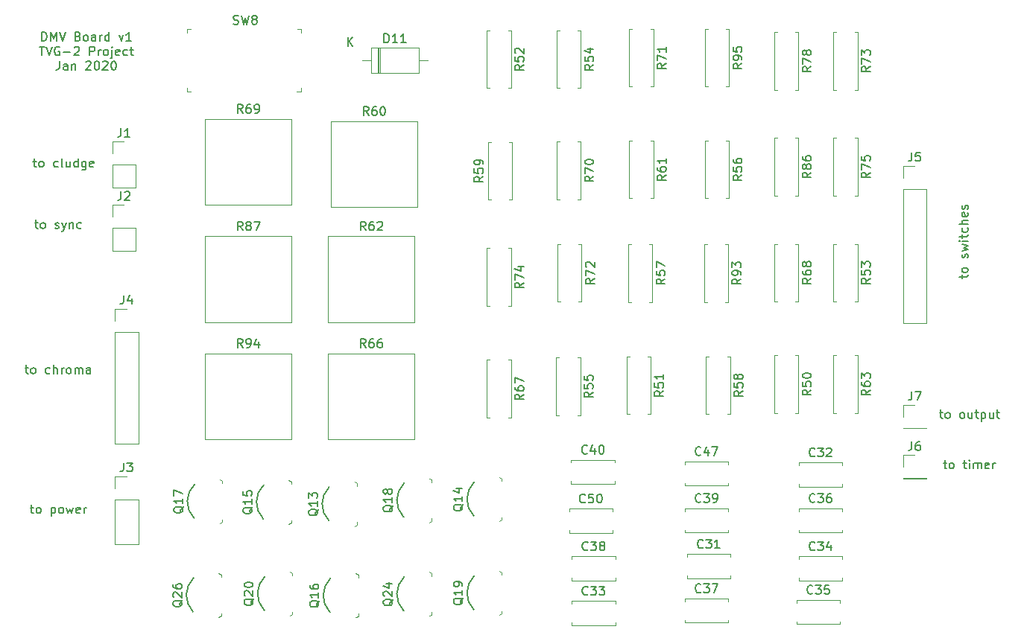
<source format=gbr>
G04 #@! TF.GenerationSoftware,KiCad,Pcbnew,(5.1.5)-3*
G04 #@! TF.CreationDate,2020-01-23T17:34:21-05:00*
G04 #@! TF.ProjectId,dmv,646d762e-6b69-4636-9164-5f7063625858,v01*
G04 #@! TF.SameCoordinates,Original*
G04 #@! TF.FileFunction,Legend,Top*
G04 #@! TF.FilePolarity,Positive*
%FSLAX46Y46*%
G04 Gerber Fmt 4.6, Leading zero omitted, Abs format (unit mm)*
G04 Created by KiCad (PCBNEW (5.1.5)-3) date 2020-01-23 17:34:21*
%MOMM*%
%LPD*%
G04 APERTURE LIST*
%ADD10C,0.150000*%
%ADD11C,0.120000*%
%ADD12C,0.100000*%
G04 APERTURE END LIST*
D10*
X50832380Y-22932380D02*
X50832380Y-21932380D01*
X51070476Y-21932380D01*
X51213333Y-21980000D01*
X51308571Y-22075238D01*
X51356190Y-22170476D01*
X51403809Y-22360952D01*
X51403809Y-22503809D01*
X51356190Y-22694285D01*
X51308571Y-22789523D01*
X51213333Y-22884761D01*
X51070476Y-22932380D01*
X50832380Y-22932380D01*
X51832380Y-22932380D02*
X51832380Y-21932380D01*
X52165714Y-22646666D01*
X52499047Y-21932380D01*
X52499047Y-22932380D01*
X52832380Y-21932380D02*
X53165714Y-22932380D01*
X53499047Y-21932380D01*
X54927619Y-22408571D02*
X55070476Y-22456190D01*
X55118095Y-22503809D01*
X55165714Y-22599047D01*
X55165714Y-22741904D01*
X55118095Y-22837142D01*
X55070476Y-22884761D01*
X54975238Y-22932380D01*
X54594285Y-22932380D01*
X54594285Y-21932380D01*
X54927619Y-21932380D01*
X55022857Y-21980000D01*
X55070476Y-22027619D01*
X55118095Y-22122857D01*
X55118095Y-22218095D01*
X55070476Y-22313333D01*
X55022857Y-22360952D01*
X54927619Y-22408571D01*
X54594285Y-22408571D01*
X55737142Y-22932380D02*
X55641904Y-22884761D01*
X55594285Y-22837142D01*
X55546666Y-22741904D01*
X55546666Y-22456190D01*
X55594285Y-22360952D01*
X55641904Y-22313333D01*
X55737142Y-22265714D01*
X55880000Y-22265714D01*
X55975238Y-22313333D01*
X56022857Y-22360952D01*
X56070476Y-22456190D01*
X56070476Y-22741904D01*
X56022857Y-22837142D01*
X55975238Y-22884761D01*
X55880000Y-22932380D01*
X55737142Y-22932380D01*
X56927619Y-22932380D02*
X56927619Y-22408571D01*
X56880000Y-22313333D01*
X56784761Y-22265714D01*
X56594285Y-22265714D01*
X56499047Y-22313333D01*
X56927619Y-22884761D02*
X56832380Y-22932380D01*
X56594285Y-22932380D01*
X56499047Y-22884761D01*
X56451428Y-22789523D01*
X56451428Y-22694285D01*
X56499047Y-22599047D01*
X56594285Y-22551428D01*
X56832380Y-22551428D01*
X56927619Y-22503809D01*
X57403809Y-22932380D02*
X57403809Y-22265714D01*
X57403809Y-22456190D02*
X57451428Y-22360952D01*
X57499047Y-22313333D01*
X57594285Y-22265714D01*
X57689523Y-22265714D01*
X58451428Y-22932380D02*
X58451428Y-21932380D01*
X58451428Y-22884761D02*
X58356190Y-22932380D01*
X58165714Y-22932380D01*
X58070476Y-22884761D01*
X58022857Y-22837142D01*
X57975238Y-22741904D01*
X57975238Y-22456190D01*
X58022857Y-22360952D01*
X58070476Y-22313333D01*
X58165714Y-22265714D01*
X58356190Y-22265714D01*
X58451428Y-22313333D01*
X59594285Y-22265714D02*
X59832380Y-22932380D01*
X60070476Y-22265714D01*
X60975238Y-22932380D02*
X60403809Y-22932380D01*
X60689523Y-22932380D02*
X60689523Y-21932380D01*
X60594285Y-22075238D01*
X60499047Y-22170476D01*
X60403809Y-22218095D01*
X50546666Y-23582380D02*
X51118095Y-23582380D01*
X50832380Y-24582380D02*
X50832380Y-23582380D01*
X51308571Y-23582380D02*
X51641904Y-24582380D01*
X51975238Y-23582380D01*
X52832380Y-23630000D02*
X52737142Y-23582380D01*
X52594285Y-23582380D01*
X52451428Y-23630000D01*
X52356190Y-23725238D01*
X52308571Y-23820476D01*
X52260952Y-24010952D01*
X52260952Y-24153809D01*
X52308571Y-24344285D01*
X52356190Y-24439523D01*
X52451428Y-24534761D01*
X52594285Y-24582380D01*
X52689523Y-24582380D01*
X52832380Y-24534761D01*
X52879999Y-24487142D01*
X52879999Y-24153809D01*
X52689523Y-24153809D01*
X53308571Y-24201428D02*
X54070476Y-24201428D01*
X54499047Y-23677619D02*
X54546666Y-23630000D01*
X54641904Y-23582380D01*
X54880000Y-23582380D01*
X54975238Y-23630000D01*
X55022857Y-23677619D01*
X55070476Y-23772857D01*
X55070476Y-23868095D01*
X55022857Y-24010952D01*
X54451428Y-24582380D01*
X55070476Y-24582380D01*
X56260952Y-24582380D02*
X56260952Y-23582380D01*
X56641904Y-23582380D01*
X56737142Y-23630000D01*
X56784761Y-23677619D01*
X56832380Y-23772857D01*
X56832380Y-23915714D01*
X56784761Y-24010952D01*
X56737142Y-24058571D01*
X56641904Y-24106190D01*
X56260952Y-24106190D01*
X57260952Y-24582380D02*
X57260952Y-23915714D01*
X57260952Y-24106190D02*
X57308571Y-24010952D01*
X57356190Y-23963333D01*
X57451428Y-23915714D01*
X57546666Y-23915714D01*
X58022857Y-24582380D02*
X57927619Y-24534761D01*
X57880000Y-24487142D01*
X57832380Y-24391904D01*
X57832380Y-24106190D01*
X57880000Y-24010952D01*
X57927619Y-23963333D01*
X58022857Y-23915714D01*
X58165714Y-23915714D01*
X58260952Y-23963333D01*
X58308571Y-24010952D01*
X58356190Y-24106190D01*
X58356190Y-24391904D01*
X58308571Y-24487142D01*
X58260952Y-24534761D01*
X58165714Y-24582380D01*
X58022857Y-24582380D01*
X58784761Y-23915714D02*
X58784761Y-24772857D01*
X58737142Y-24868095D01*
X58641904Y-24915714D01*
X58594285Y-24915714D01*
X58784761Y-23582380D02*
X58737142Y-23630000D01*
X58784761Y-23677619D01*
X58832380Y-23630000D01*
X58784761Y-23582380D01*
X58784761Y-23677619D01*
X59641904Y-24534761D02*
X59546666Y-24582380D01*
X59356190Y-24582380D01*
X59260952Y-24534761D01*
X59213333Y-24439523D01*
X59213333Y-24058571D01*
X59260952Y-23963333D01*
X59356190Y-23915714D01*
X59546666Y-23915714D01*
X59641904Y-23963333D01*
X59689523Y-24058571D01*
X59689523Y-24153809D01*
X59213333Y-24249047D01*
X60546666Y-24534761D02*
X60451428Y-24582380D01*
X60260952Y-24582380D01*
X60165714Y-24534761D01*
X60118095Y-24487142D01*
X60070476Y-24391904D01*
X60070476Y-24106190D01*
X60118095Y-24010952D01*
X60165714Y-23963333D01*
X60260952Y-23915714D01*
X60451428Y-23915714D01*
X60546666Y-23963333D01*
X60832380Y-23915714D02*
X61213333Y-23915714D01*
X60975238Y-23582380D02*
X60975238Y-24439523D01*
X61022857Y-24534761D01*
X61118095Y-24582380D01*
X61213333Y-24582380D01*
X52832380Y-25232380D02*
X52832380Y-25946666D01*
X52784761Y-26089523D01*
X52689523Y-26184761D01*
X52546666Y-26232380D01*
X52451428Y-26232380D01*
X53737142Y-26232380D02*
X53737142Y-25708571D01*
X53689523Y-25613333D01*
X53594285Y-25565714D01*
X53403809Y-25565714D01*
X53308571Y-25613333D01*
X53737142Y-26184761D02*
X53641904Y-26232380D01*
X53403809Y-26232380D01*
X53308571Y-26184761D01*
X53260952Y-26089523D01*
X53260952Y-25994285D01*
X53308571Y-25899047D01*
X53403809Y-25851428D01*
X53641904Y-25851428D01*
X53737142Y-25803809D01*
X54213333Y-25565714D02*
X54213333Y-26232380D01*
X54213333Y-25660952D02*
X54260952Y-25613333D01*
X54356190Y-25565714D01*
X54499047Y-25565714D01*
X54594285Y-25613333D01*
X54641904Y-25708571D01*
X54641904Y-26232380D01*
X55832380Y-25327619D02*
X55880000Y-25280000D01*
X55975238Y-25232380D01*
X56213333Y-25232380D01*
X56308571Y-25280000D01*
X56356190Y-25327619D01*
X56403809Y-25422857D01*
X56403809Y-25518095D01*
X56356190Y-25660952D01*
X55784761Y-26232380D01*
X56403809Y-26232380D01*
X57022857Y-25232380D02*
X57118095Y-25232380D01*
X57213333Y-25280000D01*
X57260952Y-25327619D01*
X57308571Y-25422857D01*
X57356190Y-25613333D01*
X57356190Y-25851428D01*
X57308571Y-26041904D01*
X57260952Y-26137142D01*
X57213333Y-26184761D01*
X57118095Y-26232380D01*
X57022857Y-26232380D01*
X56927619Y-26184761D01*
X56880000Y-26137142D01*
X56832380Y-26041904D01*
X56784761Y-25851428D01*
X56784761Y-25613333D01*
X56832380Y-25422857D01*
X56880000Y-25327619D01*
X56927619Y-25280000D01*
X57022857Y-25232380D01*
X57737142Y-25327619D02*
X57784761Y-25280000D01*
X57880000Y-25232380D01*
X58118095Y-25232380D01*
X58213333Y-25280000D01*
X58260952Y-25327619D01*
X58308571Y-25422857D01*
X58308571Y-25518095D01*
X58260952Y-25660952D01*
X57689523Y-26232380D01*
X58308571Y-26232380D01*
X58927619Y-25232380D02*
X59022857Y-25232380D01*
X59118095Y-25280000D01*
X59165714Y-25327619D01*
X59213333Y-25422857D01*
X59260952Y-25613333D01*
X59260952Y-25851428D01*
X59213333Y-26041904D01*
X59165714Y-26137142D01*
X59118095Y-26184761D01*
X59022857Y-26232380D01*
X58927619Y-26232380D01*
X58832380Y-26184761D01*
X58784761Y-26137142D01*
X58737142Y-26041904D01*
X58689523Y-25851428D01*
X58689523Y-25613333D01*
X58737142Y-25422857D01*
X58784761Y-25327619D01*
X58832380Y-25280000D01*
X58927619Y-25232380D01*
X152805238Y-65190714D02*
X153186190Y-65190714D01*
X152948095Y-64857380D02*
X152948095Y-65714523D01*
X152995714Y-65809761D01*
X153090952Y-65857380D01*
X153186190Y-65857380D01*
X153662380Y-65857380D02*
X153567142Y-65809761D01*
X153519523Y-65762142D01*
X153471904Y-65666904D01*
X153471904Y-65381190D01*
X153519523Y-65285952D01*
X153567142Y-65238333D01*
X153662380Y-65190714D01*
X153805238Y-65190714D01*
X153900476Y-65238333D01*
X153948095Y-65285952D01*
X153995714Y-65381190D01*
X153995714Y-65666904D01*
X153948095Y-65762142D01*
X153900476Y-65809761D01*
X153805238Y-65857380D01*
X153662380Y-65857380D01*
X155329047Y-65857380D02*
X155233809Y-65809761D01*
X155186190Y-65762142D01*
X155138571Y-65666904D01*
X155138571Y-65381190D01*
X155186190Y-65285952D01*
X155233809Y-65238333D01*
X155329047Y-65190714D01*
X155471904Y-65190714D01*
X155567142Y-65238333D01*
X155614761Y-65285952D01*
X155662380Y-65381190D01*
X155662380Y-65666904D01*
X155614761Y-65762142D01*
X155567142Y-65809761D01*
X155471904Y-65857380D01*
X155329047Y-65857380D01*
X156519523Y-65190714D02*
X156519523Y-65857380D01*
X156090952Y-65190714D02*
X156090952Y-65714523D01*
X156138571Y-65809761D01*
X156233809Y-65857380D01*
X156376666Y-65857380D01*
X156471904Y-65809761D01*
X156519523Y-65762142D01*
X156852857Y-65190714D02*
X157233809Y-65190714D01*
X156995714Y-64857380D02*
X156995714Y-65714523D01*
X157043333Y-65809761D01*
X157138571Y-65857380D01*
X157233809Y-65857380D01*
X157567142Y-65190714D02*
X157567142Y-66190714D01*
X157567142Y-65238333D02*
X157662380Y-65190714D01*
X157852857Y-65190714D01*
X157948095Y-65238333D01*
X157995714Y-65285952D01*
X158043333Y-65381190D01*
X158043333Y-65666904D01*
X157995714Y-65762142D01*
X157948095Y-65809761D01*
X157852857Y-65857380D01*
X157662380Y-65857380D01*
X157567142Y-65809761D01*
X158900476Y-65190714D02*
X158900476Y-65857380D01*
X158471904Y-65190714D02*
X158471904Y-65714523D01*
X158519523Y-65809761D01*
X158614761Y-65857380D01*
X158757619Y-65857380D01*
X158852857Y-65809761D01*
X158900476Y-65762142D01*
X159233809Y-65190714D02*
X159614761Y-65190714D01*
X159376666Y-64857380D02*
X159376666Y-65714523D01*
X159424285Y-65809761D01*
X159519523Y-65857380D01*
X159614761Y-65857380D01*
X153257619Y-70905714D02*
X153638571Y-70905714D01*
X153400476Y-70572380D02*
X153400476Y-71429523D01*
X153448095Y-71524761D01*
X153543333Y-71572380D01*
X153638571Y-71572380D01*
X154114761Y-71572380D02*
X154019523Y-71524761D01*
X153971904Y-71477142D01*
X153924285Y-71381904D01*
X153924285Y-71096190D01*
X153971904Y-71000952D01*
X154019523Y-70953333D01*
X154114761Y-70905714D01*
X154257619Y-70905714D01*
X154352857Y-70953333D01*
X154400476Y-71000952D01*
X154448095Y-71096190D01*
X154448095Y-71381904D01*
X154400476Y-71477142D01*
X154352857Y-71524761D01*
X154257619Y-71572380D01*
X154114761Y-71572380D01*
X155495714Y-70905714D02*
X155876666Y-70905714D01*
X155638571Y-70572380D02*
X155638571Y-71429523D01*
X155686190Y-71524761D01*
X155781428Y-71572380D01*
X155876666Y-71572380D01*
X156210000Y-71572380D02*
X156210000Y-70905714D01*
X156210000Y-70572380D02*
X156162380Y-70620000D01*
X156210000Y-70667619D01*
X156257619Y-70620000D01*
X156210000Y-70572380D01*
X156210000Y-70667619D01*
X156686190Y-71572380D02*
X156686190Y-70905714D01*
X156686190Y-71000952D02*
X156733809Y-70953333D01*
X156829047Y-70905714D01*
X156971904Y-70905714D01*
X157067142Y-70953333D01*
X157114761Y-71048571D01*
X157114761Y-71572380D01*
X157114761Y-71048571D02*
X157162380Y-70953333D01*
X157257619Y-70905714D01*
X157400476Y-70905714D01*
X157495714Y-70953333D01*
X157543333Y-71048571D01*
X157543333Y-71572380D01*
X158400476Y-71524761D02*
X158305238Y-71572380D01*
X158114761Y-71572380D01*
X158019523Y-71524761D01*
X157971904Y-71429523D01*
X157971904Y-71048571D01*
X158019523Y-70953333D01*
X158114761Y-70905714D01*
X158305238Y-70905714D01*
X158400476Y-70953333D01*
X158448095Y-71048571D01*
X158448095Y-71143809D01*
X157971904Y-71239047D01*
X158876666Y-71572380D02*
X158876666Y-70905714D01*
X158876666Y-71096190D02*
X158924285Y-71000952D01*
X158971904Y-70953333D01*
X159067142Y-70905714D01*
X159162380Y-70905714D01*
X155360714Y-49910476D02*
X155360714Y-49529523D01*
X155027380Y-49767619D02*
X155884523Y-49767619D01*
X155979761Y-49720000D01*
X156027380Y-49624761D01*
X156027380Y-49529523D01*
X156027380Y-49053333D02*
X155979761Y-49148571D01*
X155932142Y-49196190D01*
X155836904Y-49243809D01*
X155551190Y-49243809D01*
X155455952Y-49196190D01*
X155408333Y-49148571D01*
X155360714Y-49053333D01*
X155360714Y-48910476D01*
X155408333Y-48815238D01*
X155455952Y-48767619D01*
X155551190Y-48720000D01*
X155836904Y-48720000D01*
X155932142Y-48767619D01*
X155979761Y-48815238D01*
X156027380Y-48910476D01*
X156027380Y-49053333D01*
X155979761Y-47577142D02*
X156027380Y-47481904D01*
X156027380Y-47291428D01*
X155979761Y-47196190D01*
X155884523Y-47148571D01*
X155836904Y-47148571D01*
X155741666Y-47196190D01*
X155694047Y-47291428D01*
X155694047Y-47434285D01*
X155646428Y-47529523D01*
X155551190Y-47577142D01*
X155503571Y-47577142D01*
X155408333Y-47529523D01*
X155360714Y-47434285D01*
X155360714Y-47291428D01*
X155408333Y-47196190D01*
X155360714Y-46815238D02*
X156027380Y-46624761D01*
X155551190Y-46434285D01*
X156027380Y-46243809D01*
X155360714Y-46053333D01*
X156027380Y-45672380D02*
X155360714Y-45672380D01*
X155027380Y-45672380D02*
X155075000Y-45720000D01*
X155122619Y-45672380D01*
X155075000Y-45624761D01*
X155027380Y-45672380D01*
X155122619Y-45672380D01*
X155360714Y-45339047D02*
X155360714Y-44958095D01*
X155027380Y-45196190D02*
X155884523Y-45196190D01*
X155979761Y-45148571D01*
X156027380Y-45053333D01*
X156027380Y-44958095D01*
X155979761Y-44196190D02*
X156027380Y-44291428D01*
X156027380Y-44481904D01*
X155979761Y-44577142D01*
X155932142Y-44624761D01*
X155836904Y-44672380D01*
X155551190Y-44672380D01*
X155455952Y-44624761D01*
X155408333Y-44577142D01*
X155360714Y-44481904D01*
X155360714Y-44291428D01*
X155408333Y-44196190D01*
X156027380Y-43767619D02*
X155027380Y-43767619D01*
X156027380Y-43339047D02*
X155503571Y-43339047D01*
X155408333Y-43386666D01*
X155360714Y-43481904D01*
X155360714Y-43624761D01*
X155408333Y-43720000D01*
X155455952Y-43767619D01*
X155979761Y-42481904D02*
X156027380Y-42577142D01*
X156027380Y-42767619D01*
X155979761Y-42862857D01*
X155884523Y-42910476D01*
X155503571Y-42910476D01*
X155408333Y-42862857D01*
X155360714Y-42767619D01*
X155360714Y-42577142D01*
X155408333Y-42481904D01*
X155503571Y-42434285D01*
X155598809Y-42434285D01*
X155694047Y-42910476D01*
X155979761Y-42053333D02*
X156027380Y-41958095D01*
X156027380Y-41767619D01*
X155979761Y-41672380D01*
X155884523Y-41624761D01*
X155836904Y-41624761D01*
X155741666Y-41672380D01*
X155694047Y-41767619D01*
X155694047Y-41910476D01*
X155646428Y-42005714D01*
X155551190Y-42053333D01*
X155503571Y-42053333D01*
X155408333Y-42005714D01*
X155360714Y-41910476D01*
X155360714Y-41767619D01*
X155408333Y-41672380D01*
X49514523Y-75985714D02*
X49895476Y-75985714D01*
X49657380Y-75652380D02*
X49657380Y-76509523D01*
X49705000Y-76604761D01*
X49800238Y-76652380D01*
X49895476Y-76652380D01*
X50371666Y-76652380D02*
X50276428Y-76604761D01*
X50228809Y-76557142D01*
X50181190Y-76461904D01*
X50181190Y-76176190D01*
X50228809Y-76080952D01*
X50276428Y-76033333D01*
X50371666Y-75985714D01*
X50514523Y-75985714D01*
X50609761Y-76033333D01*
X50657380Y-76080952D01*
X50705000Y-76176190D01*
X50705000Y-76461904D01*
X50657380Y-76557142D01*
X50609761Y-76604761D01*
X50514523Y-76652380D01*
X50371666Y-76652380D01*
X51895476Y-75985714D02*
X51895476Y-76985714D01*
X51895476Y-76033333D02*
X51990714Y-75985714D01*
X52181190Y-75985714D01*
X52276428Y-76033333D01*
X52324047Y-76080952D01*
X52371666Y-76176190D01*
X52371666Y-76461904D01*
X52324047Y-76557142D01*
X52276428Y-76604761D01*
X52181190Y-76652380D01*
X51990714Y-76652380D01*
X51895476Y-76604761D01*
X52943095Y-76652380D02*
X52847857Y-76604761D01*
X52800238Y-76557142D01*
X52752619Y-76461904D01*
X52752619Y-76176190D01*
X52800238Y-76080952D01*
X52847857Y-76033333D01*
X52943095Y-75985714D01*
X53085952Y-75985714D01*
X53181190Y-76033333D01*
X53228809Y-76080952D01*
X53276428Y-76176190D01*
X53276428Y-76461904D01*
X53228809Y-76557142D01*
X53181190Y-76604761D01*
X53085952Y-76652380D01*
X52943095Y-76652380D01*
X53609761Y-75985714D02*
X53800238Y-76652380D01*
X53990714Y-76176190D01*
X54181190Y-76652380D01*
X54371666Y-75985714D01*
X55133571Y-76604761D02*
X55038333Y-76652380D01*
X54847857Y-76652380D01*
X54752619Y-76604761D01*
X54705000Y-76509523D01*
X54705000Y-76128571D01*
X54752619Y-76033333D01*
X54847857Y-75985714D01*
X55038333Y-75985714D01*
X55133571Y-76033333D01*
X55181190Y-76128571D01*
X55181190Y-76223809D01*
X54705000Y-76319047D01*
X55609761Y-76652380D02*
X55609761Y-75985714D01*
X55609761Y-76176190D02*
X55657380Y-76080952D01*
X55705000Y-76033333D01*
X55800238Y-75985714D01*
X55895476Y-75985714D01*
X48919285Y-60110714D02*
X49300238Y-60110714D01*
X49062142Y-59777380D02*
X49062142Y-60634523D01*
X49109761Y-60729761D01*
X49205000Y-60777380D01*
X49300238Y-60777380D01*
X49776428Y-60777380D02*
X49681190Y-60729761D01*
X49633571Y-60682142D01*
X49585952Y-60586904D01*
X49585952Y-60301190D01*
X49633571Y-60205952D01*
X49681190Y-60158333D01*
X49776428Y-60110714D01*
X49919285Y-60110714D01*
X50014523Y-60158333D01*
X50062142Y-60205952D01*
X50109761Y-60301190D01*
X50109761Y-60586904D01*
X50062142Y-60682142D01*
X50014523Y-60729761D01*
X49919285Y-60777380D01*
X49776428Y-60777380D01*
X51728809Y-60729761D02*
X51633571Y-60777380D01*
X51443095Y-60777380D01*
X51347857Y-60729761D01*
X51300238Y-60682142D01*
X51252619Y-60586904D01*
X51252619Y-60301190D01*
X51300238Y-60205952D01*
X51347857Y-60158333D01*
X51443095Y-60110714D01*
X51633571Y-60110714D01*
X51728809Y-60158333D01*
X52157380Y-60777380D02*
X52157380Y-59777380D01*
X52585952Y-60777380D02*
X52585952Y-60253571D01*
X52538333Y-60158333D01*
X52443095Y-60110714D01*
X52300238Y-60110714D01*
X52205000Y-60158333D01*
X52157380Y-60205952D01*
X53062142Y-60777380D02*
X53062142Y-60110714D01*
X53062142Y-60301190D02*
X53109761Y-60205952D01*
X53157380Y-60158333D01*
X53252619Y-60110714D01*
X53347857Y-60110714D01*
X53824047Y-60777380D02*
X53728809Y-60729761D01*
X53681190Y-60682142D01*
X53633571Y-60586904D01*
X53633571Y-60301190D01*
X53681190Y-60205952D01*
X53728809Y-60158333D01*
X53824047Y-60110714D01*
X53966904Y-60110714D01*
X54062142Y-60158333D01*
X54109761Y-60205952D01*
X54157380Y-60301190D01*
X54157380Y-60586904D01*
X54109761Y-60682142D01*
X54062142Y-60729761D01*
X53966904Y-60777380D01*
X53824047Y-60777380D01*
X54585952Y-60777380D02*
X54585952Y-60110714D01*
X54585952Y-60205952D02*
X54633571Y-60158333D01*
X54728809Y-60110714D01*
X54871666Y-60110714D01*
X54966904Y-60158333D01*
X55014523Y-60253571D01*
X55014523Y-60777380D01*
X55014523Y-60253571D02*
X55062142Y-60158333D01*
X55157380Y-60110714D01*
X55300238Y-60110714D01*
X55395476Y-60158333D01*
X55443095Y-60253571D01*
X55443095Y-60777380D01*
X56347857Y-60777380D02*
X56347857Y-60253571D01*
X56300238Y-60158333D01*
X56205000Y-60110714D01*
X56014523Y-60110714D01*
X55919285Y-60158333D01*
X56347857Y-60729761D02*
X56252619Y-60777380D01*
X56014523Y-60777380D01*
X55919285Y-60729761D01*
X55871666Y-60634523D01*
X55871666Y-60539285D01*
X55919285Y-60444047D01*
X56014523Y-60396428D01*
X56252619Y-60396428D01*
X56347857Y-60348809D01*
X50014523Y-43600714D02*
X50395476Y-43600714D01*
X50157380Y-43267380D02*
X50157380Y-44124523D01*
X50205000Y-44219761D01*
X50300238Y-44267380D01*
X50395476Y-44267380D01*
X50871666Y-44267380D02*
X50776428Y-44219761D01*
X50728809Y-44172142D01*
X50681190Y-44076904D01*
X50681190Y-43791190D01*
X50728809Y-43695952D01*
X50776428Y-43648333D01*
X50871666Y-43600714D01*
X51014523Y-43600714D01*
X51109761Y-43648333D01*
X51157380Y-43695952D01*
X51205000Y-43791190D01*
X51205000Y-44076904D01*
X51157380Y-44172142D01*
X51109761Y-44219761D01*
X51014523Y-44267380D01*
X50871666Y-44267380D01*
X52347857Y-44219761D02*
X52443095Y-44267380D01*
X52633571Y-44267380D01*
X52728809Y-44219761D01*
X52776428Y-44124523D01*
X52776428Y-44076904D01*
X52728809Y-43981666D01*
X52633571Y-43934047D01*
X52490714Y-43934047D01*
X52395476Y-43886428D01*
X52347857Y-43791190D01*
X52347857Y-43743571D01*
X52395476Y-43648333D01*
X52490714Y-43600714D01*
X52633571Y-43600714D01*
X52728809Y-43648333D01*
X53109761Y-43600714D02*
X53347857Y-44267380D01*
X53585952Y-43600714D02*
X53347857Y-44267380D01*
X53252619Y-44505476D01*
X53205000Y-44553095D01*
X53109761Y-44600714D01*
X53966904Y-43600714D02*
X53966904Y-44267380D01*
X53966904Y-43695952D02*
X54014523Y-43648333D01*
X54109761Y-43600714D01*
X54252619Y-43600714D01*
X54347857Y-43648333D01*
X54395476Y-43743571D01*
X54395476Y-44267380D01*
X55300238Y-44219761D02*
X55205000Y-44267380D01*
X55014523Y-44267380D01*
X54919285Y-44219761D01*
X54871666Y-44172142D01*
X54824047Y-44076904D01*
X54824047Y-43791190D01*
X54871666Y-43695952D01*
X54919285Y-43648333D01*
X55014523Y-43600714D01*
X55205000Y-43600714D01*
X55300238Y-43648333D01*
X49840000Y-36615714D02*
X50220952Y-36615714D01*
X49982857Y-36282380D02*
X49982857Y-37139523D01*
X50030476Y-37234761D01*
X50125714Y-37282380D01*
X50220952Y-37282380D01*
X50697142Y-37282380D02*
X50601904Y-37234761D01*
X50554285Y-37187142D01*
X50506666Y-37091904D01*
X50506666Y-36806190D01*
X50554285Y-36710952D01*
X50601904Y-36663333D01*
X50697142Y-36615714D01*
X50840000Y-36615714D01*
X50935238Y-36663333D01*
X50982857Y-36710952D01*
X51030476Y-36806190D01*
X51030476Y-37091904D01*
X50982857Y-37187142D01*
X50935238Y-37234761D01*
X50840000Y-37282380D01*
X50697142Y-37282380D01*
X52649523Y-37234761D02*
X52554285Y-37282380D01*
X52363809Y-37282380D01*
X52268571Y-37234761D01*
X52220952Y-37187142D01*
X52173333Y-37091904D01*
X52173333Y-36806190D01*
X52220952Y-36710952D01*
X52268571Y-36663333D01*
X52363809Y-36615714D01*
X52554285Y-36615714D01*
X52649523Y-36663333D01*
X53220952Y-37282380D02*
X53125714Y-37234761D01*
X53078095Y-37139523D01*
X53078095Y-36282380D01*
X54030476Y-36615714D02*
X54030476Y-37282380D01*
X53601904Y-36615714D02*
X53601904Y-37139523D01*
X53649523Y-37234761D01*
X53744761Y-37282380D01*
X53887619Y-37282380D01*
X53982857Y-37234761D01*
X54030476Y-37187142D01*
X54935238Y-37282380D02*
X54935238Y-36282380D01*
X54935238Y-37234761D02*
X54840000Y-37282380D01*
X54649523Y-37282380D01*
X54554285Y-37234761D01*
X54506666Y-37187142D01*
X54459047Y-37091904D01*
X54459047Y-36806190D01*
X54506666Y-36710952D01*
X54554285Y-36663333D01*
X54649523Y-36615714D01*
X54840000Y-36615714D01*
X54935238Y-36663333D01*
X55840000Y-36615714D02*
X55840000Y-37425238D01*
X55792380Y-37520476D01*
X55744761Y-37568095D01*
X55649523Y-37615714D01*
X55506666Y-37615714D01*
X55411428Y-37568095D01*
X55840000Y-37234761D02*
X55744761Y-37282380D01*
X55554285Y-37282380D01*
X55459047Y-37234761D01*
X55411428Y-37187142D01*
X55363809Y-37091904D01*
X55363809Y-36806190D01*
X55411428Y-36710952D01*
X55459047Y-36663333D01*
X55554285Y-36615714D01*
X55744761Y-36615714D01*
X55840000Y-36663333D01*
X56697142Y-37234761D02*
X56601904Y-37282380D01*
X56411428Y-37282380D01*
X56316190Y-37234761D01*
X56268571Y-37139523D01*
X56268571Y-36758571D01*
X56316190Y-36663333D01*
X56411428Y-36615714D01*
X56601904Y-36615714D01*
X56697142Y-36663333D01*
X56744761Y-36758571D01*
X56744761Y-36853809D01*
X56268571Y-36949047D01*
D11*
X129049000Y-83732000D02*
X129049000Y-84047000D01*
X129049000Y-81307000D02*
X129049000Y-81622000D01*
X124109000Y-83732000D02*
X124109000Y-84047000D01*
X124109000Y-81307000D02*
X124109000Y-81622000D01*
X124109000Y-84047000D02*
X129049000Y-84047000D01*
X124109000Y-81307000D02*
X129049000Y-81307000D01*
X141749000Y-73318000D02*
X141749000Y-73633000D01*
X141749000Y-70893000D02*
X141749000Y-71208000D01*
X136809000Y-73318000D02*
X136809000Y-73633000D01*
X136809000Y-70893000D02*
X136809000Y-71208000D01*
X136809000Y-73633000D02*
X141749000Y-73633000D01*
X136809000Y-70893000D02*
X141749000Y-70893000D01*
X111028000Y-86641000D02*
X115968000Y-86641000D01*
X111028000Y-89381000D02*
X115968000Y-89381000D01*
X111028000Y-86641000D02*
X111028000Y-86956000D01*
X111028000Y-89066000D02*
X111028000Y-89381000D01*
X115968000Y-86641000D02*
X115968000Y-86956000D01*
X115968000Y-89066000D02*
X115968000Y-89381000D01*
X141749000Y-83986000D02*
X141749000Y-84301000D01*
X141749000Y-81561000D02*
X141749000Y-81876000D01*
X136809000Y-83986000D02*
X136809000Y-84301000D01*
X136809000Y-81561000D02*
X136809000Y-81876000D01*
X136809000Y-84301000D02*
X141749000Y-84301000D01*
X136809000Y-81561000D02*
X141749000Y-81561000D01*
X136555000Y-86514000D02*
X141495000Y-86514000D01*
X136555000Y-89254000D02*
X141495000Y-89254000D01*
X136555000Y-86514000D02*
X136555000Y-86829000D01*
X136555000Y-88939000D02*
X136555000Y-89254000D01*
X141495000Y-86514000D02*
X141495000Y-86829000D01*
X141495000Y-88939000D02*
X141495000Y-89254000D01*
X141749000Y-78525000D02*
X141749000Y-78840000D01*
X141749000Y-76100000D02*
X141749000Y-76415000D01*
X136809000Y-78525000D02*
X136809000Y-78840000D01*
X136809000Y-76100000D02*
X136809000Y-76415000D01*
X136809000Y-78840000D02*
X141749000Y-78840000D01*
X136809000Y-76100000D02*
X141749000Y-76100000D01*
X128799000Y-88785000D02*
X128799000Y-89100000D01*
X128799000Y-86360000D02*
X128799000Y-86675000D01*
X123859000Y-88785000D02*
X123859000Y-89100000D01*
X123859000Y-86360000D02*
X123859000Y-86675000D01*
X123859000Y-89100000D02*
X128799000Y-89100000D01*
X123859000Y-86360000D02*
X128799000Y-86360000D01*
X111028000Y-81561000D02*
X115968000Y-81561000D01*
X111028000Y-84301000D02*
X115968000Y-84301000D01*
X111028000Y-81561000D02*
X111028000Y-81876000D01*
X111028000Y-83986000D02*
X111028000Y-84301000D01*
X115968000Y-81561000D02*
X115968000Y-81876000D01*
X115968000Y-83986000D02*
X115968000Y-84301000D01*
X123855000Y-76100000D02*
X128795000Y-76100000D01*
X123855000Y-78840000D02*
X128795000Y-78840000D01*
X123855000Y-76100000D02*
X123855000Y-76415000D01*
X123855000Y-78525000D02*
X123855000Y-78840000D01*
X128795000Y-76100000D02*
X128795000Y-76415000D01*
X128795000Y-78525000D02*
X128795000Y-78840000D01*
X110948000Y-70581000D02*
X115888000Y-70581000D01*
X110948000Y-73321000D02*
X115888000Y-73321000D01*
X110948000Y-70581000D02*
X110948000Y-70896000D01*
X110948000Y-73006000D02*
X110948000Y-73321000D01*
X115888000Y-70581000D02*
X115888000Y-70896000D01*
X115888000Y-73006000D02*
X115888000Y-73321000D01*
X123855000Y-70766000D02*
X128795000Y-70766000D01*
X123855000Y-73506000D02*
X128795000Y-73506000D01*
X123855000Y-70766000D02*
X123855000Y-71081000D01*
X123855000Y-73191000D02*
X123855000Y-73506000D01*
X128795000Y-70766000D02*
X128795000Y-71081000D01*
X128795000Y-73191000D02*
X128795000Y-73506000D01*
X115663000Y-78566000D02*
X115663000Y-78881000D01*
X115663000Y-76141000D02*
X115663000Y-76456000D01*
X110723000Y-78566000D02*
X110723000Y-78881000D01*
X110723000Y-76141000D02*
X110723000Y-76456000D01*
X110723000Y-78881000D02*
X115663000Y-78881000D01*
X110723000Y-76141000D02*
X115663000Y-76141000D01*
X88212000Y-23676000D02*
X88212000Y-26616000D01*
X88212000Y-26616000D02*
X93652000Y-26616000D01*
X93652000Y-26616000D02*
X93652000Y-23676000D01*
X93652000Y-23676000D02*
X88212000Y-23676000D01*
X87192000Y-25146000D02*
X88212000Y-25146000D01*
X94672000Y-25146000D02*
X93652000Y-25146000D01*
X89112000Y-23676000D02*
X89112000Y-26616000D01*
X89232000Y-23676000D02*
X89232000Y-26616000D01*
X88992000Y-23676000D02*
X88992000Y-26616000D01*
X58823000Y-39604000D02*
X61483000Y-39604000D01*
X58823000Y-37004000D02*
X58823000Y-39604000D01*
X61483000Y-37004000D02*
X61483000Y-39604000D01*
X58823000Y-37004000D02*
X61483000Y-37004000D01*
X58823000Y-35734000D02*
X58823000Y-34404000D01*
X58823000Y-34404000D02*
X60153000Y-34404000D01*
X58823000Y-41604000D02*
X60153000Y-41604000D01*
X58823000Y-42934000D02*
X58823000Y-41604000D01*
X58823000Y-44204000D02*
X61483000Y-44204000D01*
X61483000Y-44204000D02*
X61483000Y-46804000D01*
X58823000Y-44204000D02*
X58823000Y-46804000D01*
X58823000Y-46804000D02*
X61483000Y-46804000D01*
X59122000Y-80197000D02*
X61782000Y-80197000D01*
X59122000Y-75057000D02*
X59122000Y-80197000D01*
X61782000Y-75057000D02*
X61782000Y-80197000D01*
X59122000Y-75057000D02*
X61782000Y-75057000D01*
X59122000Y-73787000D02*
X59122000Y-72457000D01*
X59122000Y-72457000D02*
X60452000Y-72457000D01*
X59122000Y-68767000D02*
X61782000Y-68767000D01*
X59122000Y-56007000D02*
X59122000Y-68767000D01*
X61782000Y-56007000D02*
X61782000Y-68767000D01*
X59122000Y-56007000D02*
X61782000Y-56007000D01*
X59122000Y-54737000D02*
X59122000Y-53407000D01*
X59122000Y-53407000D02*
X60452000Y-53407000D01*
X148657000Y-55051000D02*
X151317000Y-55051000D01*
X148657000Y-39751000D02*
X148657000Y-55051000D01*
X151317000Y-39751000D02*
X151317000Y-55051000D01*
X148657000Y-39751000D02*
X151317000Y-39751000D01*
X148657000Y-38481000D02*
X148657000Y-37151000D01*
X148657000Y-37151000D02*
X149987000Y-37151000D01*
X148657000Y-70044000D02*
X149987000Y-70044000D01*
X148657000Y-71374000D02*
X148657000Y-70044000D01*
X148657000Y-72644000D02*
X151317000Y-72644000D01*
X151317000Y-72644000D02*
X151317000Y-72704000D01*
X148657000Y-72644000D02*
X148657000Y-72704000D01*
X148657000Y-72704000D02*
X151317000Y-72704000D01*
X148657000Y-66989000D02*
X151317000Y-66989000D01*
X148657000Y-66929000D02*
X148657000Y-66989000D01*
X151317000Y-66929000D02*
X151317000Y-66989000D01*
X148657000Y-66929000D02*
X151317000Y-66929000D01*
X148657000Y-65659000D02*
X148657000Y-64329000D01*
X148657000Y-64329000D02*
X149987000Y-64329000D01*
D12*
X86636000Y-77950000D02*
X86336000Y-78100000D01*
X86636000Y-77650000D02*
X86636000Y-77950000D01*
X86636000Y-73250000D02*
X86636000Y-73550000D01*
X86636000Y-73250000D02*
X86336000Y-73100000D01*
D10*
X83486000Y-73650000D02*
G75*
G03X83436000Y-77500000I1900000J-1950000D01*
G01*
D12*
X103095000Y-77404000D02*
X102795000Y-77554000D01*
X103095000Y-77104000D02*
X103095000Y-77404000D01*
X103095000Y-72704000D02*
X103095000Y-73004000D01*
X103095000Y-72704000D02*
X102795000Y-72554000D01*
D10*
X99945000Y-73104000D02*
G75*
G03X99895000Y-76954000I1900000J-1950000D01*
G01*
X76027000Y-73431000D02*
G75*
G03X75977000Y-77281000I1900000J-1950000D01*
G01*
D12*
X79177000Y-73031000D02*
X78877000Y-72881000D01*
X79177000Y-73031000D02*
X79177000Y-73331000D01*
X79177000Y-77431000D02*
X79177000Y-77731000D01*
X79177000Y-77731000D02*
X78877000Y-77881000D01*
D10*
X83613000Y-84056000D02*
G75*
G03X83563000Y-87906000I1900000J-1950000D01*
G01*
D12*
X86763000Y-83656000D02*
X86463000Y-83506000D01*
X86763000Y-83656000D02*
X86763000Y-83956000D01*
X86763000Y-88056000D02*
X86763000Y-88356000D01*
X86763000Y-88356000D02*
X86463000Y-88506000D01*
X71323000Y-77661000D02*
X71023000Y-77811000D01*
X71323000Y-77361000D02*
X71323000Y-77661000D01*
X71323000Y-72961000D02*
X71323000Y-73261000D01*
X71323000Y-72961000D02*
X71023000Y-72811000D01*
D10*
X68173000Y-73361000D02*
G75*
G03X68123000Y-77211000I1900000J-1950000D01*
G01*
D12*
X95128000Y-77531000D02*
X94828000Y-77681000D01*
X95128000Y-77231000D02*
X95128000Y-77531000D01*
X95128000Y-72831000D02*
X95128000Y-73131000D01*
X95128000Y-72831000D02*
X94828000Y-72681000D01*
D10*
X91978000Y-73231000D02*
G75*
G03X91928000Y-77081000I1900000J-1950000D01*
G01*
X99945000Y-83764000D02*
G75*
G03X99895000Y-87614000I1900000J-1950000D01*
G01*
D12*
X103095000Y-83364000D02*
X102795000Y-83214000D01*
X103095000Y-83364000D02*
X103095000Y-83664000D01*
X103095000Y-87764000D02*
X103095000Y-88064000D01*
X103095000Y-88064000D02*
X102795000Y-88214000D01*
D10*
X76154000Y-83837000D02*
G75*
G03X76104000Y-87687000I1900000J-1950000D01*
G01*
D12*
X79304000Y-83437000D02*
X79004000Y-83287000D01*
X79304000Y-83437000D02*
X79304000Y-83737000D01*
X79304000Y-87837000D02*
X79304000Y-88137000D01*
X79304000Y-88137000D02*
X79004000Y-88287000D01*
D10*
X91978000Y-83891000D02*
G75*
G03X91928000Y-87741000I1900000J-1950000D01*
G01*
D12*
X95128000Y-83491000D02*
X94828000Y-83341000D01*
X95128000Y-83491000D02*
X95128000Y-83791000D01*
X95128000Y-87891000D02*
X95128000Y-88191000D01*
X95128000Y-88191000D02*
X94828000Y-88341000D01*
X71210000Y-88311000D02*
X70910000Y-88461000D01*
X71210000Y-88011000D02*
X71210000Y-88311000D01*
X71210000Y-83611000D02*
X71210000Y-83911000D01*
X71210000Y-83611000D02*
X70910000Y-83461000D01*
D10*
X68060000Y-84011000D02*
G75*
G03X68010000Y-87861000I1900000J-1950000D01*
G01*
D11*
X134025000Y-65238000D02*
X134355000Y-65238000D01*
X134025000Y-58698000D02*
X134025000Y-65238000D01*
X134355000Y-58698000D02*
X134025000Y-58698000D01*
X136765000Y-65238000D02*
X136435000Y-65238000D01*
X136765000Y-58698000D02*
X136765000Y-65238000D01*
X136435000Y-58698000D02*
X136765000Y-58698000D01*
X117248000Y-65373000D02*
X117578000Y-65373000D01*
X117248000Y-58833000D02*
X117248000Y-65373000D01*
X117578000Y-58833000D02*
X117248000Y-58833000D01*
X119988000Y-65373000D02*
X119658000Y-65373000D01*
X119988000Y-58833000D02*
X119988000Y-65373000D01*
X119658000Y-58833000D02*
X119988000Y-58833000D01*
X101373000Y-28289000D02*
X101703000Y-28289000D01*
X101373000Y-21749000D02*
X101373000Y-28289000D01*
X101703000Y-21749000D02*
X101373000Y-21749000D01*
X104113000Y-28289000D02*
X103783000Y-28289000D01*
X104113000Y-21749000D02*
X104113000Y-28289000D01*
X103783000Y-21749000D02*
X104113000Y-21749000D01*
X140742000Y-52563000D02*
X141072000Y-52563000D01*
X140742000Y-46023000D02*
X140742000Y-52563000D01*
X141072000Y-46023000D02*
X140742000Y-46023000D01*
X143482000Y-52563000D02*
X143152000Y-52563000D01*
X143482000Y-46023000D02*
X143482000Y-52563000D01*
X143152000Y-46023000D02*
X143482000Y-46023000D01*
X111712000Y-21725000D02*
X112042000Y-21725000D01*
X112042000Y-21725000D02*
X112042000Y-28265000D01*
X112042000Y-28265000D02*
X111712000Y-28265000D01*
X109632000Y-21725000D02*
X109302000Y-21725000D01*
X109302000Y-21725000D02*
X109302000Y-28265000D01*
X109302000Y-28265000D02*
X109632000Y-28265000D01*
X111657000Y-58960000D02*
X111987000Y-58960000D01*
X111987000Y-58960000D02*
X111987000Y-65500000D01*
X111987000Y-65500000D02*
X111657000Y-65500000D01*
X109577000Y-58960000D02*
X109247000Y-58960000D01*
X109247000Y-58960000D02*
X109247000Y-65500000D01*
X109247000Y-65500000D02*
X109577000Y-65500000D01*
X126165000Y-40813000D02*
X126495000Y-40813000D01*
X126165000Y-34273000D02*
X126165000Y-40813000D01*
X126495000Y-34273000D02*
X126165000Y-34273000D01*
X128905000Y-40813000D02*
X128575000Y-40813000D01*
X128905000Y-34273000D02*
X128905000Y-40813000D01*
X128575000Y-34273000D02*
X128905000Y-34273000D01*
X119843000Y-46078000D02*
X120173000Y-46078000D01*
X120173000Y-46078000D02*
X120173000Y-52618000D01*
X120173000Y-52618000D02*
X119843000Y-52618000D01*
X117763000Y-46078000D02*
X117433000Y-46078000D01*
X117433000Y-46078000D02*
X117433000Y-52618000D01*
X117433000Y-52618000D02*
X117763000Y-52618000D01*
X126265000Y-65373000D02*
X126595000Y-65373000D01*
X126265000Y-58833000D02*
X126265000Y-65373000D01*
X126595000Y-58833000D02*
X126265000Y-58833000D01*
X129005000Y-65373000D02*
X128675000Y-65373000D01*
X129005000Y-58833000D02*
X129005000Y-65373000D01*
X128675000Y-58833000D02*
X129005000Y-58833000D01*
X101830000Y-40989000D02*
X101500000Y-40989000D01*
X101500000Y-40989000D02*
X101500000Y-34449000D01*
X101500000Y-34449000D02*
X101830000Y-34449000D01*
X103910000Y-40989000D02*
X104240000Y-40989000D01*
X104240000Y-40989000D02*
X104240000Y-34449000D01*
X104240000Y-34449000D02*
X103910000Y-34449000D01*
X93473000Y-32078000D02*
X93473000Y-41848000D01*
X83703000Y-32078000D02*
X83703000Y-41848000D01*
X83703000Y-41848000D02*
X93473000Y-41848000D01*
X83703000Y-32078000D02*
X93473000Y-32078000D01*
X117543000Y-40813000D02*
X117873000Y-40813000D01*
X117543000Y-34273000D02*
X117543000Y-40813000D01*
X117873000Y-34273000D02*
X117543000Y-34273000D01*
X120283000Y-40813000D02*
X119953000Y-40813000D01*
X120283000Y-34273000D02*
X120283000Y-40813000D01*
X119953000Y-34273000D02*
X120283000Y-34273000D01*
X93138000Y-45153000D02*
X93138000Y-54923000D01*
X83368000Y-45153000D02*
X83368000Y-54923000D01*
X83368000Y-54923000D02*
X93138000Y-54923000D01*
X83368000Y-45153000D02*
X93138000Y-45153000D01*
X143152000Y-58698000D02*
X143482000Y-58698000D01*
X143482000Y-58698000D02*
X143482000Y-65238000D01*
X143482000Y-65238000D02*
X143152000Y-65238000D01*
X141072000Y-58698000D02*
X140742000Y-58698000D01*
X140742000Y-58698000D02*
X140742000Y-65238000D01*
X140742000Y-65238000D02*
X141072000Y-65238000D01*
X83368000Y-58488000D02*
X93138000Y-58488000D01*
X83368000Y-68258000D02*
X93138000Y-68258000D01*
X83368000Y-58488000D02*
X83368000Y-68258000D01*
X93138000Y-58488000D02*
X93138000Y-68258000D01*
X103783000Y-59214000D02*
X104113000Y-59214000D01*
X104113000Y-59214000D02*
X104113000Y-65754000D01*
X104113000Y-65754000D02*
X103783000Y-65754000D01*
X101703000Y-59214000D02*
X101373000Y-59214000D01*
X101373000Y-59214000D02*
X101373000Y-65754000D01*
X101373000Y-65754000D02*
X101703000Y-65754000D01*
X136435000Y-46023000D02*
X136765000Y-46023000D01*
X136765000Y-46023000D02*
X136765000Y-52563000D01*
X136765000Y-52563000D02*
X136435000Y-52563000D01*
X134355000Y-46023000D02*
X134025000Y-46023000D01*
X134025000Y-46023000D02*
X134025000Y-52563000D01*
X134025000Y-52563000D02*
X134355000Y-52563000D01*
X69398000Y-31818000D02*
X79168000Y-31818000D01*
X69398000Y-41588000D02*
X79168000Y-41588000D01*
X69398000Y-31818000D02*
X69398000Y-41588000D01*
X79168000Y-31818000D02*
X79168000Y-41588000D01*
X111712000Y-34400000D02*
X112042000Y-34400000D01*
X112042000Y-34400000D02*
X112042000Y-40940000D01*
X112042000Y-40940000D02*
X111712000Y-40940000D01*
X109632000Y-34400000D02*
X109302000Y-34400000D01*
X109302000Y-34400000D02*
X109302000Y-40940000D01*
X109302000Y-40940000D02*
X109632000Y-40940000D01*
X117543000Y-28138000D02*
X117873000Y-28138000D01*
X117543000Y-21598000D02*
X117543000Y-28138000D01*
X117873000Y-21598000D02*
X117543000Y-21598000D01*
X120283000Y-28138000D02*
X119953000Y-28138000D01*
X120283000Y-21598000D02*
X120283000Y-28138000D01*
X119953000Y-21598000D02*
X120283000Y-21598000D01*
X111812000Y-46065000D02*
X112142000Y-46065000D01*
X112142000Y-46065000D02*
X112142000Y-52605000D01*
X112142000Y-52605000D02*
X111812000Y-52605000D01*
X109732000Y-46065000D02*
X109402000Y-46065000D01*
X109402000Y-46065000D02*
X109402000Y-52605000D01*
X109402000Y-52605000D02*
X109732000Y-52605000D01*
X140742000Y-28483000D02*
X141072000Y-28483000D01*
X140742000Y-21943000D02*
X140742000Y-28483000D01*
X141072000Y-21943000D02*
X140742000Y-21943000D01*
X143482000Y-28483000D02*
X143152000Y-28483000D01*
X143482000Y-21943000D02*
X143482000Y-28483000D01*
X143152000Y-21943000D02*
X143482000Y-21943000D01*
X101373000Y-53054000D02*
X101703000Y-53054000D01*
X101373000Y-46514000D02*
X101373000Y-53054000D01*
X101703000Y-46514000D02*
X101373000Y-46514000D01*
X104113000Y-53054000D02*
X103783000Y-53054000D01*
X104113000Y-46514000D02*
X104113000Y-53054000D01*
X103783000Y-46514000D02*
X104113000Y-46514000D01*
X143152000Y-33983000D02*
X143482000Y-33983000D01*
X143482000Y-33983000D02*
X143482000Y-40523000D01*
X143482000Y-40523000D02*
X143152000Y-40523000D01*
X141072000Y-33983000D02*
X140742000Y-33983000D01*
X140742000Y-33983000D02*
X140742000Y-40523000D01*
X140742000Y-40523000D02*
X141072000Y-40523000D01*
X134025000Y-28483000D02*
X134355000Y-28483000D01*
X134025000Y-21943000D02*
X134025000Y-28483000D01*
X134355000Y-21943000D02*
X134025000Y-21943000D01*
X136765000Y-28483000D02*
X136435000Y-28483000D01*
X136765000Y-21943000D02*
X136765000Y-28483000D01*
X136435000Y-21943000D02*
X136765000Y-21943000D01*
X134025000Y-40523000D02*
X134355000Y-40523000D01*
X134025000Y-33983000D02*
X134025000Y-40523000D01*
X134355000Y-33983000D02*
X134025000Y-33983000D01*
X136765000Y-40523000D02*
X136435000Y-40523000D01*
X136765000Y-33983000D02*
X136765000Y-40523000D01*
X136435000Y-33983000D02*
X136765000Y-33983000D01*
X69398000Y-45153000D02*
X79168000Y-45153000D01*
X69398000Y-54923000D02*
X79168000Y-54923000D01*
X69398000Y-45153000D02*
X69398000Y-54923000D01*
X79168000Y-45153000D02*
X79168000Y-54923000D01*
X128465000Y-46078000D02*
X128795000Y-46078000D01*
X128795000Y-46078000D02*
X128795000Y-52618000D01*
X128795000Y-52618000D02*
X128465000Y-52618000D01*
X126385000Y-46078000D02*
X126055000Y-46078000D01*
X126055000Y-46078000D02*
X126055000Y-52618000D01*
X126055000Y-52618000D02*
X126385000Y-52618000D01*
X79168000Y-58488000D02*
X79168000Y-68258000D01*
X69398000Y-58488000D02*
X69398000Y-68258000D01*
X69398000Y-68258000D02*
X79168000Y-68258000D01*
X69398000Y-58488000D02*
X79168000Y-58488000D01*
X128575000Y-21598000D02*
X128905000Y-21598000D01*
X128905000Y-21598000D02*
X128905000Y-28138000D01*
X128905000Y-28138000D02*
X128575000Y-28138000D01*
X126495000Y-21598000D02*
X126165000Y-21598000D01*
X126165000Y-21598000D02*
X126165000Y-28138000D01*
X126165000Y-28138000D02*
X126495000Y-28138000D01*
D12*
X80237000Y-28671000D02*
X80237000Y-28246000D01*
X80212000Y-28671000D02*
X79762000Y-28671000D01*
X67337000Y-28671000D02*
X67787000Y-28671000D01*
X67337000Y-28671000D02*
X67337000Y-28246000D01*
X67337000Y-21621000D02*
X67337000Y-21996000D01*
X67337000Y-21621000D02*
X67737000Y-21621000D01*
X79862000Y-21621000D02*
X80237000Y-21621000D01*
X80237000Y-21621000D02*
X80237000Y-21971000D01*
D10*
X125936142Y-80534142D02*
X125888523Y-80581761D01*
X125745666Y-80629380D01*
X125650428Y-80629380D01*
X125507571Y-80581761D01*
X125412333Y-80486523D01*
X125364714Y-80391285D01*
X125317095Y-80200809D01*
X125317095Y-80057952D01*
X125364714Y-79867476D01*
X125412333Y-79772238D01*
X125507571Y-79677000D01*
X125650428Y-79629380D01*
X125745666Y-79629380D01*
X125888523Y-79677000D01*
X125936142Y-79724619D01*
X126269476Y-79629380D02*
X126888523Y-79629380D01*
X126555190Y-80010333D01*
X126698047Y-80010333D01*
X126793285Y-80057952D01*
X126840904Y-80105571D01*
X126888523Y-80200809D01*
X126888523Y-80438904D01*
X126840904Y-80534142D01*
X126793285Y-80581761D01*
X126698047Y-80629380D01*
X126412333Y-80629380D01*
X126317095Y-80581761D01*
X126269476Y-80534142D01*
X127840904Y-80629380D02*
X127269476Y-80629380D01*
X127555190Y-80629380D02*
X127555190Y-79629380D01*
X127459952Y-79772238D01*
X127364714Y-79867476D01*
X127269476Y-79915095D01*
X138636142Y-70120142D02*
X138588523Y-70167761D01*
X138445666Y-70215380D01*
X138350428Y-70215380D01*
X138207571Y-70167761D01*
X138112333Y-70072523D01*
X138064714Y-69977285D01*
X138017095Y-69786809D01*
X138017095Y-69643952D01*
X138064714Y-69453476D01*
X138112333Y-69358238D01*
X138207571Y-69263000D01*
X138350428Y-69215380D01*
X138445666Y-69215380D01*
X138588523Y-69263000D01*
X138636142Y-69310619D01*
X138969476Y-69215380D02*
X139588523Y-69215380D01*
X139255190Y-69596333D01*
X139398047Y-69596333D01*
X139493285Y-69643952D01*
X139540904Y-69691571D01*
X139588523Y-69786809D01*
X139588523Y-70024904D01*
X139540904Y-70120142D01*
X139493285Y-70167761D01*
X139398047Y-70215380D01*
X139112333Y-70215380D01*
X139017095Y-70167761D01*
X138969476Y-70120142D01*
X139969476Y-69310619D02*
X140017095Y-69263000D01*
X140112333Y-69215380D01*
X140350428Y-69215380D01*
X140445666Y-69263000D01*
X140493285Y-69310619D01*
X140540904Y-69405857D01*
X140540904Y-69501095D01*
X140493285Y-69643952D01*
X139921857Y-70215380D01*
X140540904Y-70215380D01*
X112855142Y-85868142D02*
X112807523Y-85915761D01*
X112664666Y-85963380D01*
X112569428Y-85963380D01*
X112426571Y-85915761D01*
X112331333Y-85820523D01*
X112283714Y-85725285D01*
X112236095Y-85534809D01*
X112236095Y-85391952D01*
X112283714Y-85201476D01*
X112331333Y-85106238D01*
X112426571Y-85011000D01*
X112569428Y-84963380D01*
X112664666Y-84963380D01*
X112807523Y-85011000D01*
X112855142Y-85058619D01*
X113188476Y-84963380D02*
X113807523Y-84963380D01*
X113474190Y-85344333D01*
X113617047Y-85344333D01*
X113712285Y-85391952D01*
X113759904Y-85439571D01*
X113807523Y-85534809D01*
X113807523Y-85772904D01*
X113759904Y-85868142D01*
X113712285Y-85915761D01*
X113617047Y-85963380D01*
X113331333Y-85963380D01*
X113236095Y-85915761D01*
X113188476Y-85868142D01*
X114140857Y-84963380D02*
X114759904Y-84963380D01*
X114426571Y-85344333D01*
X114569428Y-85344333D01*
X114664666Y-85391952D01*
X114712285Y-85439571D01*
X114759904Y-85534809D01*
X114759904Y-85772904D01*
X114712285Y-85868142D01*
X114664666Y-85915761D01*
X114569428Y-85963380D01*
X114283714Y-85963380D01*
X114188476Y-85915761D01*
X114140857Y-85868142D01*
X138636142Y-80788142D02*
X138588523Y-80835761D01*
X138445666Y-80883380D01*
X138350428Y-80883380D01*
X138207571Y-80835761D01*
X138112333Y-80740523D01*
X138064714Y-80645285D01*
X138017095Y-80454809D01*
X138017095Y-80311952D01*
X138064714Y-80121476D01*
X138112333Y-80026238D01*
X138207571Y-79931000D01*
X138350428Y-79883380D01*
X138445666Y-79883380D01*
X138588523Y-79931000D01*
X138636142Y-79978619D01*
X138969476Y-79883380D02*
X139588523Y-79883380D01*
X139255190Y-80264333D01*
X139398047Y-80264333D01*
X139493285Y-80311952D01*
X139540904Y-80359571D01*
X139588523Y-80454809D01*
X139588523Y-80692904D01*
X139540904Y-80788142D01*
X139493285Y-80835761D01*
X139398047Y-80883380D01*
X139112333Y-80883380D01*
X139017095Y-80835761D01*
X138969476Y-80788142D01*
X140445666Y-80216714D02*
X140445666Y-80883380D01*
X140207571Y-79835761D02*
X139969476Y-80550047D01*
X140588523Y-80550047D01*
X138382142Y-85741142D02*
X138334523Y-85788761D01*
X138191666Y-85836380D01*
X138096428Y-85836380D01*
X137953571Y-85788761D01*
X137858333Y-85693523D01*
X137810714Y-85598285D01*
X137763095Y-85407809D01*
X137763095Y-85264952D01*
X137810714Y-85074476D01*
X137858333Y-84979238D01*
X137953571Y-84884000D01*
X138096428Y-84836380D01*
X138191666Y-84836380D01*
X138334523Y-84884000D01*
X138382142Y-84931619D01*
X138715476Y-84836380D02*
X139334523Y-84836380D01*
X139001190Y-85217333D01*
X139144047Y-85217333D01*
X139239285Y-85264952D01*
X139286904Y-85312571D01*
X139334523Y-85407809D01*
X139334523Y-85645904D01*
X139286904Y-85741142D01*
X139239285Y-85788761D01*
X139144047Y-85836380D01*
X138858333Y-85836380D01*
X138763095Y-85788761D01*
X138715476Y-85741142D01*
X140239285Y-84836380D02*
X139763095Y-84836380D01*
X139715476Y-85312571D01*
X139763095Y-85264952D01*
X139858333Y-85217333D01*
X140096428Y-85217333D01*
X140191666Y-85264952D01*
X140239285Y-85312571D01*
X140286904Y-85407809D01*
X140286904Y-85645904D01*
X140239285Y-85741142D01*
X140191666Y-85788761D01*
X140096428Y-85836380D01*
X139858333Y-85836380D01*
X139763095Y-85788761D01*
X139715476Y-85741142D01*
X138636142Y-75327142D02*
X138588523Y-75374761D01*
X138445666Y-75422380D01*
X138350428Y-75422380D01*
X138207571Y-75374761D01*
X138112333Y-75279523D01*
X138064714Y-75184285D01*
X138017095Y-74993809D01*
X138017095Y-74850952D01*
X138064714Y-74660476D01*
X138112333Y-74565238D01*
X138207571Y-74470000D01*
X138350428Y-74422380D01*
X138445666Y-74422380D01*
X138588523Y-74470000D01*
X138636142Y-74517619D01*
X138969476Y-74422380D02*
X139588523Y-74422380D01*
X139255190Y-74803333D01*
X139398047Y-74803333D01*
X139493285Y-74850952D01*
X139540904Y-74898571D01*
X139588523Y-74993809D01*
X139588523Y-75231904D01*
X139540904Y-75327142D01*
X139493285Y-75374761D01*
X139398047Y-75422380D01*
X139112333Y-75422380D01*
X139017095Y-75374761D01*
X138969476Y-75327142D01*
X140445666Y-74422380D02*
X140255190Y-74422380D01*
X140159952Y-74470000D01*
X140112333Y-74517619D01*
X140017095Y-74660476D01*
X139969476Y-74850952D01*
X139969476Y-75231904D01*
X140017095Y-75327142D01*
X140064714Y-75374761D01*
X140159952Y-75422380D01*
X140350428Y-75422380D01*
X140445666Y-75374761D01*
X140493285Y-75327142D01*
X140540904Y-75231904D01*
X140540904Y-74993809D01*
X140493285Y-74898571D01*
X140445666Y-74850952D01*
X140350428Y-74803333D01*
X140159952Y-74803333D01*
X140064714Y-74850952D01*
X140017095Y-74898571D01*
X139969476Y-74993809D01*
X125686142Y-85587142D02*
X125638523Y-85634761D01*
X125495666Y-85682380D01*
X125400428Y-85682380D01*
X125257571Y-85634761D01*
X125162333Y-85539523D01*
X125114714Y-85444285D01*
X125067095Y-85253809D01*
X125067095Y-85110952D01*
X125114714Y-84920476D01*
X125162333Y-84825238D01*
X125257571Y-84730000D01*
X125400428Y-84682380D01*
X125495666Y-84682380D01*
X125638523Y-84730000D01*
X125686142Y-84777619D01*
X126019476Y-84682380D02*
X126638523Y-84682380D01*
X126305190Y-85063333D01*
X126448047Y-85063333D01*
X126543285Y-85110952D01*
X126590904Y-85158571D01*
X126638523Y-85253809D01*
X126638523Y-85491904D01*
X126590904Y-85587142D01*
X126543285Y-85634761D01*
X126448047Y-85682380D01*
X126162333Y-85682380D01*
X126067095Y-85634761D01*
X126019476Y-85587142D01*
X126971857Y-84682380D02*
X127638523Y-84682380D01*
X127209952Y-85682380D01*
X112855142Y-80788142D02*
X112807523Y-80835761D01*
X112664666Y-80883380D01*
X112569428Y-80883380D01*
X112426571Y-80835761D01*
X112331333Y-80740523D01*
X112283714Y-80645285D01*
X112236095Y-80454809D01*
X112236095Y-80311952D01*
X112283714Y-80121476D01*
X112331333Y-80026238D01*
X112426571Y-79931000D01*
X112569428Y-79883380D01*
X112664666Y-79883380D01*
X112807523Y-79931000D01*
X112855142Y-79978619D01*
X113188476Y-79883380D02*
X113807523Y-79883380D01*
X113474190Y-80264333D01*
X113617047Y-80264333D01*
X113712285Y-80311952D01*
X113759904Y-80359571D01*
X113807523Y-80454809D01*
X113807523Y-80692904D01*
X113759904Y-80788142D01*
X113712285Y-80835761D01*
X113617047Y-80883380D01*
X113331333Y-80883380D01*
X113236095Y-80835761D01*
X113188476Y-80788142D01*
X114378952Y-80311952D02*
X114283714Y-80264333D01*
X114236095Y-80216714D01*
X114188476Y-80121476D01*
X114188476Y-80073857D01*
X114236095Y-79978619D01*
X114283714Y-79931000D01*
X114378952Y-79883380D01*
X114569428Y-79883380D01*
X114664666Y-79931000D01*
X114712285Y-79978619D01*
X114759904Y-80073857D01*
X114759904Y-80121476D01*
X114712285Y-80216714D01*
X114664666Y-80264333D01*
X114569428Y-80311952D01*
X114378952Y-80311952D01*
X114283714Y-80359571D01*
X114236095Y-80407190D01*
X114188476Y-80502428D01*
X114188476Y-80692904D01*
X114236095Y-80788142D01*
X114283714Y-80835761D01*
X114378952Y-80883380D01*
X114569428Y-80883380D01*
X114664666Y-80835761D01*
X114712285Y-80788142D01*
X114759904Y-80692904D01*
X114759904Y-80502428D01*
X114712285Y-80407190D01*
X114664666Y-80359571D01*
X114569428Y-80311952D01*
X125682142Y-75327142D02*
X125634523Y-75374761D01*
X125491666Y-75422380D01*
X125396428Y-75422380D01*
X125253571Y-75374761D01*
X125158333Y-75279523D01*
X125110714Y-75184285D01*
X125063095Y-74993809D01*
X125063095Y-74850952D01*
X125110714Y-74660476D01*
X125158333Y-74565238D01*
X125253571Y-74470000D01*
X125396428Y-74422380D01*
X125491666Y-74422380D01*
X125634523Y-74470000D01*
X125682142Y-74517619D01*
X126015476Y-74422380D02*
X126634523Y-74422380D01*
X126301190Y-74803333D01*
X126444047Y-74803333D01*
X126539285Y-74850952D01*
X126586904Y-74898571D01*
X126634523Y-74993809D01*
X126634523Y-75231904D01*
X126586904Y-75327142D01*
X126539285Y-75374761D01*
X126444047Y-75422380D01*
X126158333Y-75422380D01*
X126063095Y-75374761D01*
X126015476Y-75327142D01*
X127110714Y-75422380D02*
X127301190Y-75422380D01*
X127396428Y-75374761D01*
X127444047Y-75327142D01*
X127539285Y-75184285D01*
X127586904Y-74993809D01*
X127586904Y-74612857D01*
X127539285Y-74517619D01*
X127491666Y-74470000D01*
X127396428Y-74422380D01*
X127205952Y-74422380D01*
X127110714Y-74470000D01*
X127063095Y-74517619D01*
X127015476Y-74612857D01*
X127015476Y-74850952D01*
X127063095Y-74946190D01*
X127110714Y-74993809D01*
X127205952Y-75041428D01*
X127396428Y-75041428D01*
X127491666Y-74993809D01*
X127539285Y-74946190D01*
X127586904Y-74850952D01*
X112775142Y-69808142D02*
X112727523Y-69855761D01*
X112584666Y-69903380D01*
X112489428Y-69903380D01*
X112346571Y-69855761D01*
X112251333Y-69760523D01*
X112203714Y-69665285D01*
X112156095Y-69474809D01*
X112156095Y-69331952D01*
X112203714Y-69141476D01*
X112251333Y-69046238D01*
X112346571Y-68951000D01*
X112489428Y-68903380D01*
X112584666Y-68903380D01*
X112727523Y-68951000D01*
X112775142Y-68998619D01*
X113632285Y-69236714D02*
X113632285Y-69903380D01*
X113394190Y-68855761D02*
X113156095Y-69570047D01*
X113775142Y-69570047D01*
X114346571Y-68903380D02*
X114441809Y-68903380D01*
X114537047Y-68951000D01*
X114584666Y-68998619D01*
X114632285Y-69093857D01*
X114679904Y-69284333D01*
X114679904Y-69522428D01*
X114632285Y-69712904D01*
X114584666Y-69808142D01*
X114537047Y-69855761D01*
X114441809Y-69903380D01*
X114346571Y-69903380D01*
X114251333Y-69855761D01*
X114203714Y-69808142D01*
X114156095Y-69712904D01*
X114108476Y-69522428D01*
X114108476Y-69284333D01*
X114156095Y-69093857D01*
X114203714Y-68998619D01*
X114251333Y-68951000D01*
X114346571Y-68903380D01*
X125682142Y-69993142D02*
X125634523Y-70040761D01*
X125491666Y-70088380D01*
X125396428Y-70088380D01*
X125253571Y-70040761D01*
X125158333Y-69945523D01*
X125110714Y-69850285D01*
X125063095Y-69659809D01*
X125063095Y-69516952D01*
X125110714Y-69326476D01*
X125158333Y-69231238D01*
X125253571Y-69136000D01*
X125396428Y-69088380D01*
X125491666Y-69088380D01*
X125634523Y-69136000D01*
X125682142Y-69183619D01*
X126539285Y-69421714D02*
X126539285Y-70088380D01*
X126301190Y-69040761D02*
X126063095Y-69755047D01*
X126682142Y-69755047D01*
X126967857Y-69088380D02*
X127634523Y-69088380D01*
X127205952Y-70088380D01*
X112550142Y-75368142D02*
X112502523Y-75415761D01*
X112359666Y-75463380D01*
X112264428Y-75463380D01*
X112121571Y-75415761D01*
X112026333Y-75320523D01*
X111978714Y-75225285D01*
X111931095Y-75034809D01*
X111931095Y-74891952D01*
X111978714Y-74701476D01*
X112026333Y-74606238D01*
X112121571Y-74511000D01*
X112264428Y-74463380D01*
X112359666Y-74463380D01*
X112502523Y-74511000D01*
X112550142Y-74558619D01*
X113454904Y-74463380D02*
X112978714Y-74463380D01*
X112931095Y-74939571D01*
X112978714Y-74891952D01*
X113073952Y-74844333D01*
X113312047Y-74844333D01*
X113407285Y-74891952D01*
X113454904Y-74939571D01*
X113502523Y-75034809D01*
X113502523Y-75272904D01*
X113454904Y-75368142D01*
X113407285Y-75415761D01*
X113312047Y-75463380D01*
X113073952Y-75463380D01*
X112978714Y-75415761D01*
X112931095Y-75368142D01*
X114121571Y-74463380D02*
X114216809Y-74463380D01*
X114312047Y-74511000D01*
X114359666Y-74558619D01*
X114407285Y-74653857D01*
X114454904Y-74844333D01*
X114454904Y-75082428D01*
X114407285Y-75272904D01*
X114359666Y-75368142D01*
X114312047Y-75415761D01*
X114216809Y-75463380D01*
X114121571Y-75463380D01*
X114026333Y-75415761D01*
X113978714Y-75368142D01*
X113931095Y-75272904D01*
X113883476Y-75082428D01*
X113883476Y-74844333D01*
X113931095Y-74653857D01*
X113978714Y-74558619D01*
X114026333Y-74511000D01*
X114121571Y-74463380D01*
X89717714Y-23128380D02*
X89717714Y-22128380D01*
X89955809Y-22128380D01*
X90098666Y-22176000D01*
X90193904Y-22271238D01*
X90241523Y-22366476D01*
X90289142Y-22556952D01*
X90289142Y-22699809D01*
X90241523Y-22890285D01*
X90193904Y-22985523D01*
X90098666Y-23080761D01*
X89955809Y-23128380D01*
X89717714Y-23128380D01*
X91241523Y-23128380D02*
X90670095Y-23128380D01*
X90955809Y-23128380D02*
X90955809Y-22128380D01*
X90860571Y-22271238D01*
X90765333Y-22366476D01*
X90670095Y-22414095D01*
X92193904Y-23128380D02*
X91622476Y-23128380D01*
X91908190Y-23128380D02*
X91908190Y-22128380D01*
X91812952Y-22271238D01*
X91717714Y-22366476D01*
X91622476Y-22414095D01*
X85590095Y-23498380D02*
X85590095Y-22498380D01*
X86161523Y-23498380D02*
X85732952Y-22926952D01*
X86161523Y-22498380D02*
X85590095Y-23069809D01*
X59819666Y-32856380D02*
X59819666Y-33570666D01*
X59772047Y-33713523D01*
X59676809Y-33808761D01*
X59533952Y-33856380D01*
X59438714Y-33856380D01*
X60819666Y-33856380D02*
X60248238Y-33856380D01*
X60533952Y-33856380D02*
X60533952Y-32856380D01*
X60438714Y-32999238D01*
X60343476Y-33094476D01*
X60248238Y-33142095D01*
X59819666Y-40056380D02*
X59819666Y-40770666D01*
X59772047Y-40913523D01*
X59676809Y-41008761D01*
X59533952Y-41056380D01*
X59438714Y-41056380D01*
X60248238Y-40151619D02*
X60295857Y-40104000D01*
X60391095Y-40056380D01*
X60629190Y-40056380D01*
X60724428Y-40104000D01*
X60772047Y-40151619D01*
X60819666Y-40246857D01*
X60819666Y-40342095D01*
X60772047Y-40484952D01*
X60200619Y-41056380D01*
X60819666Y-41056380D01*
X60118666Y-70909380D02*
X60118666Y-71623666D01*
X60071047Y-71766523D01*
X59975809Y-71861761D01*
X59832952Y-71909380D01*
X59737714Y-71909380D01*
X60499619Y-70909380D02*
X61118666Y-70909380D01*
X60785333Y-71290333D01*
X60928190Y-71290333D01*
X61023428Y-71337952D01*
X61071047Y-71385571D01*
X61118666Y-71480809D01*
X61118666Y-71718904D01*
X61071047Y-71814142D01*
X61023428Y-71861761D01*
X60928190Y-71909380D01*
X60642476Y-71909380D01*
X60547238Y-71861761D01*
X60499619Y-71814142D01*
X60118666Y-51859380D02*
X60118666Y-52573666D01*
X60071047Y-52716523D01*
X59975809Y-52811761D01*
X59832952Y-52859380D01*
X59737714Y-52859380D01*
X61023428Y-52192714D02*
X61023428Y-52859380D01*
X60785333Y-51811761D02*
X60547238Y-52526047D01*
X61166285Y-52526047D01*
X149653666Y-35603380D02*
X149653666Y-36317666D01*
X149606047Y-36460523D01*
X149510809Y-36555761D01*
X149367952Y-36603380D01*
X149272714Y-36603380D01*
X150606047Y-35603380D02*
X150129857Y-35603380D01*
X150082238Y-36079571D01*
X150129857Y-36031952D01*
X150225095Y-35984333D01*
X150463190Y-35984333D01*
X150558428Y-36031952D01*
X150606047Y-36079571D01*
X150653666Y-36174809D01*
X150653666Y-36412904D01*
X150606047Y-36508142D01*
X150558428Y-36555761D01*
X150463190Y-36603380D01*
X150225095Y-36603380D01*
X150129857Y-36555761D01*
X150082238Y-36508142D01*
X149653666Y-68496380D02*
X149653666Y-69210666D01*
X149606047Y-69353523D01*
X149510809Y-69448761D01*
X149367952Y-69496380D01*
X149272714Y-69496380D01*
X150558428Y-68496380D02*
X150367952Y-68496380D01*
X150272714Y-68544000D01*
X150225095Y-68591619D01*
X150129857Y-68734476D01*
X150082238Y-68924952D01*
X150082238Y-69305904D01*
X150129857Y-69401142D01*
X150177476Y-69448761D01*
X150272714Y-69496380D01*
X150463190Y-69496380D01*
X150558428Y-69448761D01*
X150606047Y-69401142D01*
X150653666Y-69305904D01*
X150653666Y-69067809D01*
X150606047Y-68972571D01*
X150558428Y-68924952D01*
X150463190Y-68877333D01*
X150272714Y-68877333D01*
X150177476Y-68924952D01*
X150129857Y-68972571D01*
X150082238Y-69067809D01*
X149653666Y-62781380D02*
X149653666Y-63495666D01*
X149606047Y-63638523D01*
X149510809Y-63733761D01*
X149367952Y-63781380D01*
X149272714Y-63781380D01*
X150034619Y-62781380D02*
X150701285Y-62781380D01*
X150272714Y-63781380D01*
X82233619Y-76171428D02*
X82186000Y-76266666D01*
X82090761Y-76361904D01*
X81947904Y-76504761D01*
X81900285Y-76600000D01*
X81900285Y-76695238D01*
X82138380Y-76647619D02*
X82090761Y-76742857D01*
X81995523Y-76838095D01*
X81805047Y-76885714D01*
X81471714Y-76885714D01*
X81281238Y-76838095D01*
X81186000Y-76742857D01*
X81138380Y-76647619D01*
X81138380Y-76457142D01*
X81186000Y-76361904D01*
X81281238Y-76266666D01*
X81471714Y-76219047D01*
X81805047Y-76219047D01*
X81995523Y-76266666D01*
X82090761Y-76361904D01*
X82138380Y-76457142D01*
X82138380Y-76647619D01*
X82138380Y-75266666D02*
X82138380Y-75838095D01*
X82138380Y-75552380D02*
X81138380Y-75552380D01*
X81281238Y-75647619D01*
X81376476Y-75742857D01*
X81424095Y-75838095D01*
X81138380Y-74933333D02*
X81138380Y-74314285D01*
X81519333Y-74647619D01*
X81519333Y-74504761D01*
X81566952Y-74409523D01*
X81614571Y-74361904D01*
X81709809Y-74314285D01*
X81947904Y-74314285D01*
X82043142Y-74361904D01*
X82090761Y-74409523D01*
X82138380Y-74504761D01*
X82138380Y-74790476D01*
X82090761Y-74885714D01*
X82043142Y-74933333D01*
X98692619Y-75625428D02*
X98645000Y-75720666D01*
X98549761Y-75815904D01*
X98406904Y-75958761D01*
X98359285Y-76054000D01*
X98359285Y-76149238D01*
X98597380Y-76101619D02*
X98549761Y-76196857D01*
X98454523Y-76292095D01*
X98264047Y-76339714D01*
X97930714Y-76339714D01*
X97740238Y-76292095D01*
X97645000Y-76196857D01*
X97597380Y-76101619D01*
X97597380Y-75911142D01*
X97645000Y-75815904D01*
X97740238Y-75720666D01*
X97930714Y-75673047D01*
X98264047Y-75673047D01*
X98454523Y-75720666D01*
X98549761Y-75815904D01*
X98597380Y-75911142D01*
X98597380Y-76101619D01*
X98597380Y-74720666D02*
X98597380Y-75292095D01*
X98597380Y-75006380D02*
X97597380Y-75006380D01*
X97740238Y-75101619D01*
X97835476Y-75196857D01*
X97883095Y-75292095D01*
X97930714Y-73863523D02*
X98597380Y-73863523D01*
X97549761Y-74101619D02*
X98264047Y-74339714D01*
X98264047Y-73720666D01*
X74774619Y-75952428D02*
X74727000Y-76047666D01*
X74631761Y-76142904D01*
X74488904Y-76285761D01*
X74441285Y-76381000D01*
X74441285Y-76476238D01*
X74679380Y-76428619D02*
X74631761Y-76523857D01*
X74536523Y-76619095D01*
X74346047Y-76666714D01*
X74012714Y-76666714D01*
X73822238Y-76619095D01*
X73727000Y-76523857D01*
X73679380Y-76428619D01*
X73679380Y-76238142D01*
X73727000Y-76142904D01*
X73822238Y-76047666D01*
X74012714Y-76000047D01*
X74346047Y-76000047D01*
X74536523Y-76047666D01*
X74631761Y-76142904D01*
X74679380Y-76238142D01*
X74679380Y-76428619D01*
X74679380Y-75047666D02*
X74679380Y-75619095D01*
X74679380Y-75333380D02*
X73679380Y-75333380D01*
X73822238Y-75428619D01*
X73917476Y-75523857D01*
X73965095Y-75619095D01*
X73679380Y-74142904D02*
X73679380Y-74619095D01*
X74155571Y-74666714D01*
X74107952Y-74619095D01*
X74060333Y-74523857D01*
X74060333Y-74285761D01*
X74107952Y-74190523D01*
X74155571Y-74142904D01*
X74250809Y-74095285D01*
X74488904Y-74095285D01*
X74584142Y-74142904D01*
X74631761Y-74190523D01*
X74679380Y-74285761D01*
X74679380Y-74523857D01*
X74631761Y-74619095D01*
X74584142Y-74666714D01*
X82360619Y-86577428D02*
X82313000Y-86672666D01*
X82217761Y-86767904D01*
X82074904Y-86910761D01*
X82027285Y-87006000D01*
X82027285Y-87101238D01*
X82265380Y-87053619D02*
X82217761Y-87148857D01*
X82122523Y-87244095D01*
X81932047Y-87291714D01*
X81598714Y-87291714D01*
X81408238Y-87244095D01*
X81313000Y-87148857D01*
X81265380Y-87053619D01*
X81265380Y-86863142D01*
X81313000Y-86767904D01*
X81408238Y-86672666D01*
X81598714Y-86625047D01*
X81932047Y-86625047D01*
X82122523Y-86672666D01*
X82217761Y-86767904D01*
X82265380Y-86863142D01*
X82265380Y-87053619D01*
X82265380Y-85672666D02*
X82265380Y-86244095D01*
X82265380Y-85958380D02*
X81265380Y-85958380D01*
X81408238Y-86053619D01*
X81503476Y-86148857D01*
X81551095Y-86244095D01*
X81265380Y-84815523D02*
X81265380Y-85006000D01*
X81313000Y-85101238D01*
X81360619Y-85148857D01*
X81503476Y-85244095D01*
X81693952Y-85291714D01*
X82074904Y-85291714D01*
X82170142Y-85244095D01*
X82217761Y-85196476D01*
X82265380Y-85101238D01*
X82265380Y-84910761D01*
X82217761Y-84815523D01*
X82170142Y-84767904D01*
X82074904Y-84720285D01*
X81836809Y-84720285D01*
X81741571Y-84767904D01*
X81693952Y-84815523D01*
X81646333Y-84910761D01*
X81646333Y-85101238D01*
X81693952Y-85196476D01*
X81741571Y-85244095D01*
X81836809Y-85291714D01*
X66920619Y-75882428D02*
X66873000Y-75977666D01*
X66777761Y-76072904D01*
X66634904Y-76215761D01*
X66587285Y-76311000D01*
X66587285Y-76406238D01*
X66825380Y-76358619D02*
X66777761Y-76453857D01*
X66682523Y-76549095D01*
X66492047Y-76596714D01*
X66158714Y-76596714D01*
X65968238Y-76549095D01*
X65873000Y-76453857D01*
X65825380Y-76358619D01*
X65825380Y-76168142D01*
X65873000Y-76072904D01*
X65968238Y-75977666D01*
X66158714Y-75930047D01*
X66492047Y-75930047D01*
X66682523Y-75977666D01*
X66777761Y-76072904D01*
X66825380Y-76168142D01*
X66825380Y-76358619D01*
X66825380Y-74977666D02*
X66825380Y-75549095D01*
X66825380Y-75263380D02*
X65825380Y-75263380D01*
X65968238Y-75358619D01*
X66063476Y-75453857D01*
X66111095Y-75549095D01*
X65825380Y-74644333D02*
X65825380Y-73977666D01*
X66825380Y-74406238D01*
X90725619Y-75752428D02*
X90678000Y-75847666D01*
X90582761Y-75942904D01*
X90439904Y-76085761D01*
X90392285Y-76181000D01*
X90392285Y-76276238D01*
X90630380Y-76228619D02*
X90582761Y-76323857D01*
X90487523Y-76419095D01*
X90297047Y-76466714D01*
X89963714Y-76466714D01*
X89773238Y-76419095D01*
X89678000Y-76323857D01*
X89630380Y-76228619D01*
X89630380Y-76038142D01*
X89678000Y-75942904D01*
X89773238Y-75847666D01*
X89963714Y-75800047D01*
X90297047Y-75800047D01*
X90487523Y-75847666D01*
X90582761Y-75942904D01*
X90630380Y-76038142D01*
X90630380Y-76228619D01*
X90630380Y-74847666D02*
X90630380Y-75419095D01*
X90630380Y-75133380D02*
X89630380Y-75133380D01*
X89773238Y-75228619D01*
X89868476Y-75323857D01*
X89916095Y-75419095D01*
X90058952Y-74276238D02*
X90011333Y-74371476D01*
X89963714Y-74419095D01*
X89868476Y-74466714D01*
X89820857Y-74466714D01*
X89725619Y-74419095D01*
X89678000Y-74371476D01*
X89630380Y-74276238D01*
X89630380Y-74085761D01*
X89678000Y-73990523D01*
X89725619Y-73942904D01*
X89820857Y-73895285D01*
X89868476Y-73895285D01*
X89963714Y-73942904D01*
X90011333Y-73990523D01*
X90058952Y-74085761D01*
X90058952Y-74276238D01*
X90106571Y-74371476D01*
X90154190Y-74419095D01*
X90249428Y-74466714D01*
X90439904Y-74466714D01*
X90535142Y-74419095D01*
X90582761Y-74371476D01*
X90630380Y-74276238D01*
X90630380Y-74085761D01*
X90582761Y-73990523D01*
X90535142Y-73942904D01*
X90439904Y-73895285D01*
X90249428Y-73895285D01*
X90154190Y-73942904D01*
X90106571Y-73990523D01*
X90058952Y-74085761D01*
X98692619Y-86285428D02*
X98645000Y-86380666D01*
X98549761Y-86475904D01*
X98406904Y-86618761D01*
X98359285Y-86714000D01*
X98359285Y-86809238D01*
X98597380Y-86761619D02*
X98549761Y-86856857D01*
X98454523Y-86952095D01*
X98264047Y-86999714D01*
X97930714Y-86999714D01*
X97740238Y-86952095D01*
X97645000Y-86856857D01*
X97597380Y-86761619D01*
X97597380Y-86571142D01*
X97645000Y-86475904D01*
X97740238Y-86380666D01*
X97930714Y-86333047D01*
X98264047Y-86333047D01*
X98454523Y-86380666D01*
X98549761Y-86475904D01*
X98597380Y-86571142D01*
X98597380Y-86761619D01*
X98597380Y-85380666D02*
X98597380Y-85952095D01*
X98597380Y-85666380D02*
X97597380Y-85666380D01*
X97740238Y-85761619D01*
X97835476Y-85856857D01*
X97883095Y-85952095D01*
X98597380Y-84904476D02*
X98597380Y-84714000D01*
X98549761Y-84618761D01*
X98502142Y-84571142D01*
X98359285Y-84475904D01*
X98168809Y-84428285D01*
X97787857Y-84428285D01*
X97692619Y-84475904D01*
X97645000Y-84523523D01*
X97597380Y-84618761D01*
X97597380Y-84809238D01*
X97645000Y-84904476D01*
X97692619Y-84952095D01*
X97787857Y-84999714D01*
X98025952Y-84999714D01*
X98121190Y-84952095D01*
X98168809Y-84904476D01*
X98216428Y-84809238D01*
X98216428Y-84618761D01*
X98168809Y-84523523D01*
X98121190Y-84475904D01*
X98025952Y-84428285D01*
X74901619Y-86358428D02*
X74854000Y-86453666D01*
X74758761Y-86548904D01*
X74615904Y-86691761D01*
X74568285Y-86787000D01*
X74568285Y-86882238D01*
X74806380Y-86834619D02*
X74758761Y-86929857D01*
X74663523Y-87025095D01*
X74473047Y-87072714D01*
X74139714Y-87072714D01*
X73949238Y-87025095D01*
X73854000Y-86929857D01*
X73806380Y-86834619D01*
X73806380Y-86644142D01*
X73854000Y-86548904D01*
X73949238Y-86453666D01*
X74139714Y-86406047D01*
X74473047Y-86406047D01*
X74663523Y-86453666D01*
X74758761Y-86548904D01*
X74806380Y-86644142D01*
X74806380Y-86834619D01*
X73901619Y-86025095D02*
X73854000Y-85977476D01*
X73806380Y-85882238D01*
X73806380Y-85644142D01*
X73854000Y-85548904D01*
X73901619Y-85501285D01*
X73996857Y-85453666D01*
X74092095Y-85453666D01*
X74234952Y-85501285D01*
X74806380Y-86072714D01*
X74806380Y-85453666D01*
X73806380Y-84834619D02*
X73806380Y-84739380D01*
X73854000Y-84644142D01*
X73901619Y-84596523D01*
X73996857Y-84548904D01*
X74187333Y-84501285D01*
X74425428Y-84501285D01*
X74615904Y-84548904D01*
X74711142Y-84596523D01*
X74758761Y-84644142D01*
X74806380Y-84739380D01*
X74806380Y-84834619D01*
X74758761Y-84929857D01*
X74711142Y-84977476D01*
X74615904Y-85025095D01*
X74425428Y-85072714D01*
X74187333Y-85072714D01*
X73996857Y-85025095D01*
X73901619Y-84977476D01*
X73854000Y-84929857D01*
X73806380Y-84834619D01*
X90725619Y-86412428D02*
X90678000Y-86507666D01*
X90582761Y-86602904D01*
X90439904Y-86745761D01*
X90392285Y-86841000D01*
X90392285Y-86936238D01*
X90630380Y-86888619D02*
X90582761Y-86983857D01*
X90487523Y-87079095D01*
X90297047Y-87126714D01*
X89963714Y-87126714D01*
X89773238Y-87079095D01*
X89678000Y-86983857D01*
X89630380Y-86888619D01*
X89630380Y-86698142D01*
X89678000Y-86602904D01*
X89773238Y-86507666D01*
X89963714Y-86460047D01*
X90297047Y-86460047D01*
X90487523Y-86507666D01*
X90582761Y-86602904D01*
X90630380Y-86698142D01*
X90630380Y-86888619D01*
X89725619Y-86079095D02*
X89678000Y-86031476D01*
X89630380Y-85936238D01*
X89630380Y-85698142D01*
X89678000Y-85602904D01*
X89725619Y-85555285D01*
X89820857Y-85507666D01*
X89916095Y-85507666D01*
X90058952Y-85555285D01*
X90630380Y-86126714D01*
X90630380Y-85507666D01*
X89963714Y-84650523D02*
X90630380Y-84650523D01*
X89582761Y-84888619D02*
X90297047Y-85126714D01*
X90297047Y-84507666D01*
X66807619Y-86532428D02*
X66760000Y-86627666D01*
X66664761Y-86722904D01*
X66521904Y-86865761D01*
X66474285Y-86961000D01*
X66474285Y-87056238D01*
X66712380Y-87008619D02*
X66664761Y-87103857D01*
X66569523Y-87199095D01*
X66379047Y-87246714D01*
X66045714Y-87246714D01*
X65855238Y-87199095D01*
X65760000Y-87103857D01*
X65712380Y-87008619D01*
X65712380Y-86818142D01*
X65760000Y-86722904D01*
X65855238Y-86627666D01*
X66045714Y-86580047D01*
X66379047Y-86580047D01*
X66569523Y-86627666D01*
X66664761Y-86722904D01*
X66712380Y-86818142D01*
X66712380Y-87008619D01*
X65807619Y-86199095D02*
X65760000Y-86151476D01*
X65712380Y-86056238D01*
X65712380Y-85818142D01*
X65760000Y-85722904D01*
X65807619Y-85675285D01*
X65902857Y-85627666D01*
X65998095Y-85627666D01*
X66140952Y-85675285D01*
X66712380Y-86246714D01*
X66712380Y-85627666D01*
X65712380Y-84770523D02*
X65712380Y-84961000D01*
X65760000Y-85056238D01*
X65807619Y-85103857D01*
X65950476Y-85199095D01*
X66140952Y-85246714D01*
X66521904Y-85246714D01*
X66617142Y-85199095D01*
X66664761Y-85151476D01*
X66712380Y-85056238D01*
X66712380Y-84865761D01*
X66664761Y-84770523D01*
X66617142Y-84722904D01*
X66521904Y-84675285D01*
X66283809Y-84675285D01*
X66188571Y-84722904D01*
X66140952Y-84770523D01*
X66093333Y-84865761D01*
X66093333Y-85056238D01*
X66140952Y-85151476D01*
X66188571Y-85199095D01*
X66283809Y-85246714D01*
X138217380Y-62610857D02*
X137741190Y-62944190D01*
X138217380Y-63182285D02*
X137217380Y-63182285D01*
X137217380Y-62801333D01*
X137265000Y-62706095D01*
X137312619Y-62658476D01*
X137407857Y-62610857D01*
X137550714Y-62610857D01*
X137645952Y-62658476D01*
X137693571Y-62706095D01*
X137741190Y-62801333D01*
X137741190Y-63182285D01*
X137217380Y-61706095D02*
X137217380Y-62182285D01*
X137693571Y-62229904D01*
X137645952Y-62182285D01*
X137598333Y-62087047D01*
X137598333Y-61848952D01*
X137645952Y-61753714D01*
X137693571Y-61706095D01*
X137788809Y-61658476D01*
X138026904Y-61658476D01*
X138122142Y-61706095D01*
X138169761Y-61753714D01*
X138217380Y-61848952D01*
X138217380Y-62087047D01*
X138169761Y-62182285D01*
X138122142Y-62229904D01*
X137217380Y-61039428D02*
X137217380Y-60944190D01*
X137265000Y-60848952D01*
X137312619Y-60801333D01*
X137407857Y-60753714D01*
X137598333Y-60706095D01*
X137836428Y-60706095D01*
X138026904Y-60753714D01*
X138122142Y-60801333D01*
X138169761Y-60848952D01*
X138217380Y-60944190D01*
X138217380Y-61039428D01*
X138169761Y-61134666D01*
X138122142Y-61182285D01*
X138026904Y-61229904D01*
X137836428Y-61277523D01*
X137598333Y-61277523D01*
X137407857Y-61229904D01*
X137312619Y-61182285D01*
X137265000Y-61134666D01*
X137217380Y-61039428D01*
X121440380Y-62745857D02*
X120964190Y-63079190D01*
X121440380Y-63317285D02*
X120440380Y-63317285D01*
X120440380Y-62936333D01*
X120488000Y-62841095D01*
X120535619Y-62793476D01*
X120630857Y-62745857D01*
X120773714Y-62745857D01*
X120868952Y-62793476D01*
X120916571Y-62841095D01*
X120964190Y-62936333D01*
X120964190Y-63317285D01*
X120440380Y-61841095D02*
X120440380Y-62317285D01*
X120916571Y-62364904D01*
X120868952Y-62317285D01*
X120821333Y-62222047D01*
X120821333Y-61983952D01*
X120868952Y-61888714D01*
X120916571Y-61841095D01*
X121011809Y-61793476D01*
X121249904Y-61793476D01*
X121345142Y-61841095D01*
X121392761Y-61888714D01*
X121440380Y-61983952D01*
X121440380Y-62222047D01*
X121392761Y-62317285D01*
X121345142Y-62364904D01*
X121440380Y-60841095D02*
X121440380Y-61412523D01*
X121440380Y-61126809D02*
X120440380Y-61126809D01*
X120583238Y-61222047D01*
X120678476Y-61317285D01*
X120726095Y-61412523D01*
X105565380Y-25661857D02*
X105089190Y-25995190D01*
X105565380Y-26233285D02*
X104565380Y-26233285D01*
X104565380Y-25852333D01*
X104613000Y-25757095D01*
X104660619Y-25709476D01*
X104755857Y-25661857D01*
X104898714Y-25661857D01*
X104993952Y-25709476D01*
X105041571Y-25757095D01*
X105089190Y-25852333D01*
X105089190Y-26233285D01*
X104565380Y-24757095D02*
X104565380Y-25233285D01*
X105041571Y-25280904D01*
X104993952Y-25233285D01*
X104946333Y-25138047D01*
X104946333Y-24899952D01*
X104993952Y-24804714D01*
X105041571Y-24757095D01*
X105136809Y-24709476D01*
X105374904Y-24709476D01*
X105470142Y-24757095D01*
X105517761Y-24804714D01*
X105565380Y-24899952D01*
X105565380Y-25138047D01*
X105517761Y-25233285D01*
X105470142Y-25280904D01*
X104660619Y-24328523D02*
X104613000Y-24280904D01*
X104565380Y-24185666D01*
X104565380Y-23947571D01*
X104613000Y-23852333D01*
X104660619Y-23804714D01*
X104755857Y-23757095D01*
X104851095Y-23757095D01*
X104993952Y-23804714D01*
X105565380Y-24376142D01*
X105565380Y-23757095D01*
X144934380Y-49935857D02*
X144458190Y-50269190D01*
X144934380Y-50507285D02*
X143934380Y-50507285D01*
X143934380Y-50126333D01*
X143982000Y-50031095D01*
X144029619Y-49983476D01*
X144124857Y-49935857D01*
X144267714Y-49935857D01*
X144362952Y-49983476D01*
X144410571Y-50031095D01*
X144458190Y-50126333D01*
X144458190Y-50507285D01*
X143934380Y-49031095D02*
X143934380Y-49507285D01*
X144410571Y-49554904D01*
X144362952Y-49507285D01*
X144315333Y-49412047D01*
X144315333Y-49173952D01*
X144362952Y-49078714D01*
X144410571Y-49031095D01*
X144505809Y-48983476D01*
X144743904Y-48983476D01*
X144839142Y-49031095D01*
X144886761Y-49078714D01*
X144934380Y-49173952D01*
X144934380Y-49412047D01*
X144886761Y-49507285D01*
X144839142Y-49554904D01*
X143934380Y-48650142D02*
X143934380Y-48031095D01*
X144315333Y-48364428D01*
X144315333Y-48221571D01*
X144362952Y-48126333D01*
X144410571Y-48078714D01*
X144505809Y-48031095D01*
X144743904Y-48031095D01*
X144839142Y-48078714D01*
X144886761Y-48126333D01*
X144934380Y-48221571D01*
X144934380Y-48507285D01*
X144886761Y-48602523D01*
X144839142Y-48650142D01*
X113494380Y-25637857D02*
X113018190Y-25971190D01*
X113494380Y-26209285D02*
X112494380Y-26209285D01*
X112494380Y-25828333D01*
X112542000Y-25733095D01*
X112589619Y-25685476D01*
X112684857Y-25637857D01*
X112827714Y-25637857D01*
X112922952Y-25685476D01*
X112970571Y-25733095D01*
X113018190Y-25828333D01*
X113018190Y-26209285D01*
X112494380Y-24733095D02*
X112494380Y-25209285D01*
X112970571Y-25256904D01*
X112922952Y-25209285D01*
X112875333Y-25114047D01*
X112875333Y-24875952D01*
X112922952Y-24780714D01*
X112970571Y-24733095D01*
X113065809Y-24685476D01*
X113303904Y-24685476D01*
X113399142Y-24733095D01*
X113446761Y-24780714D01*
X113494380Y-24875952D01*
X113494380Y-25114047D01*
X113446761Y-25209285D01*
X113399142Y-25256904D01*
X112827714Y-23828333D02*
X113494380Y-23828333D01*
X112446761Y-24066428D02*
X113161047Y-24304523D01*
X113161047Y-23685476D01*
X113439380Y-62872857D02*
X112963190Y-63206190D01*
X113439380Y-63444285D02*
X112439380Y-63444285D01*
X112439380Y-63063333D01*
X112487000Y-62968095D01*
X112534619Y-62920476D01*
X112629857Y-62872857D01*
X112772714Y-62872857D01*
X112867952Y-62920476D01*
X112915571Y-62968095D01*
X112963190Y-63063333D01*
X112963190Y-63444285D01*
X112439380Y-61968095D02*
X112439380Y-62444285D01*
X112915571Y-62491904D01*
X112867952Y-62444285D01*
X112820333Y-62349047D01*
X112820333Y-62110952D01*
X112867952Y-62015714D01*
X112915571Y-61968095D01*
X113010809Y-61920476D01*
X113248904Y-61920476D01*
X113344142Y-61968095D01*
X113391761Y-62015714D01*
X113439380Y-62110952D01*
X113439380Y-62349047D01*
X113391761Y-62444285D01*
X113344142Y-62491904D01*
X112439380Y-61015714D02*
X112439380Y-61491904D01*
X112915571Y-61539523D01*
X112867952Y-61491904D01*
X112820333Y-61396666D01*
X112820333Y-61158571D01*
X112867952Y-61063333D01*
X112915571Y-61015714D01*
X113010809Y-60968095D01*
X113248904Y-60968095D01*
X113344142Y-61015714D01*
X113391761Y-61063333D01*
X113439380Y-61158571D01*
X113439380Y-61396666D01*
X113391761Y-61491904D01*
X113344142Y-61539523D01*
X130357380Y-38185857D02*
X129881190Y-38519190D01*
X130357380Y-38757285D02*
X129357380Y-38757285D01*
X129357380Y-38376333D01*
X129405000Y-38281095D01*
X129452619Y-38233476D01*
X129547857Y-38185857D01*
X129690714Y-38185857D01*
X129785952Y-38233476D01*
X129833571Y-38281095D01*
X129881190Y-38376333D01*
X129881190Y-38757285D01*
X129357380Y-37281095D02*
X129357380Y-37757285D01*
X129833571Y-37804904D01*
X129785952Y-37757285D01*
X129738333Y-37662047D01*
X129738333Y-37423952D01*
X129785952Y-37328714D01*
X129833571Y-37281095D01*
X129928809Y-37233476D01*
X130166904Y-37233476D01*
X130262142Y-37281095D01*
X130309761Y-37328714D01*
X130357380Y-37423952D01*
X130357380Y-37662047D01*
X130309761Y-37757285D01*
X130262142Y-37804904D01*
X129357380Y-36376333D02*
X129357380Y-36566809D01*
X129405000Y-36662047D01*
X129452619Y-36709666D01*
X129595476Y-36804904D01*
X129785952Y-36852523D01*
X130166904Y-36852523D01*
X130262142Y-36804904D01*
X130309761Y-36757285D01*
X130357380Y-36662047D01*
X130357380Y-36471571D01*
X130309761Y-36376333D01*
X130262142Y-36328714D01*
X130166904Y-36281095D01*
X129928809Y-36281095D01*
X129833571Y-36328714D01*
X129785952Y-36376333D01*
X129738333Y-36471571D01*
X129738333Y-36662047D01*
X129785952Y-36757285D01*
X129833571Y-36804904D01*
X129928809Y-36852523D01*
X121625380Y-49990857D02*
X121149190Y-50324190D01*
X121625380Y-50562285D02*
X120625380Y-50562285D01*
X120625380Y-50181333D01*
X120673000Y-50086095D01*
X120720619Y-50038476D01*
X120815857Y-49990857D01*
X120958714Y-49990857D01*
X121053952Y-50038476D01*
X121101571Y-50086095D01*
X121149190Y-50181333D01*
X121149190Y-50562285D01*
X120625380Y-49086095D02*
X120625380Y-49562285D01*
X121101571Y-49609904D01*
X121053952Y-49562285D01*
X121006333Y-49467047D01*
X121006333Y-49228952D01*
X121053952Y-49133714D01*
X121101571Y-49086095D01*
X121196809Y-49038476D01*
X121434904Y-49038476D01*
X121530142Y-49086095D01*
X121577761Y-49133714D01*
X121625380Y-49228952D01*
X121625380Y-49467047D01*
X121577761Y-49562285D01*
X121530142Y-49609904D01*
X120625380Y-48705142D02*
X120625380Y-48038476D01*
X121625380Y-48467047D01*
X130457380Y-62745857D02*
X129981190Y-63079190D01*
X130457380Y-63317285D02*
X129457380Y-63317285D01*
X129457380Y-62936333D01*
X129505000Y-62841095D01*
X129552619Y-62793476D01*
X129647857Y-62745857D01*
X129790714Y-62745857D01*
X129885952Y-62793476D01*
X129933571Y-62841095D01*
X129981190Y-62936333D01*
X129981190Y-63317285D01*
X129457380Y-61841095D02*
X129457380Y-62317285D01*
X129933571Y-62364904D01*
X129885952Y-62317285D01*
X129838333Y-62222047D01*
X129838333Y-61983952D01*
X129885952Y-61888714D01*
X129933571Y-61841095D01*
X130028809Y-61793476D01*
X130266904Y-61793476D01*
X130362142Y-61841095D01*
X130409761Y-61888714D01*
X130457380Y-61983952D01*
X130457380Y-62222047D01*
X130409761Y-62317285D01*
X130362142Y-62364904D01*
X129885952Y-61222047D02*
X129838333Y-61317285D01*
X129790714Y-61364904D01*
X129695476Y-61412523D01*
X129647857Y-61412523D01*
X129552619Y-61364904D01*
X129505000Y-61317285D01*
X129457380Y-61222047D01*
X129457380Y-61031571D01*
X129505000Y-60936333D01*
X129552619Y-60888714D01*
X129647857Y-60841095D01*
X129695476Y-60841095D01*
X129790714Y-60888714D01*
X129838333Y-60936333D01*
X129885952Y-61031571D01*
X129885952Y-61222047D01*
X129933571Y-61317285D01*
X129981190Y-61364904D01*
X130076428Y-61412523D01*
X130266904Y-61412523D01*
X130362142Y-61364904D01*
X130409761Y-61317285D01*
X130457380Y-61222047D01*
X130457380Y-61031571D01*
X130409761Y-60936333D01*
X130362142Y-60888714D01*
X130266904Y-60841095D01*
X130076428Y-60841095D01*
X129981190Y-60888714D01*
X129933571Y-60936333D01*
X129885952Y-61031571D01*
X100952380Y-38361857D02*
X100476190Y-38695190D01*
X100952380Y-38933285D02*
X99952380Y-38933285D01*
X99952380Y-38552333D01*
X100000000Y-38457095D01*
X100047619Y-38409476D01*
X100142857Y-38361857D01*
X100285714Y-38361857D01*
X100380952Y-38409476D01*
X100428571Y-38457095D01*
X100476190Y-38552333D01*
X100476190Y-38933285D01*
X99952380Y-37457095D02*
X99952380Y-37933285D01*
X100428571Y-37980904D01*
X100380952Y-37933285D01*
X100333333Y-37838047D01*
X100333333Y-37599952D01*
X100380952Y-37504714D01*
X100428571Y-37457095D01*
X100523809Y-37409476D01*
X100761904Y-37409476D01*
X100857142Y-37457095D01*
X100904761Y-37504714D01*
X100952380Y-37599952D01*
X100952380Y-37838047D01*
X100904761Y-37933285D01*
X100857142Y-37980904D01*
X100952380Y-36933285D02*
X100952380Y-36742809D01*
X100904761Y-36647571D01*
X100857142Y-36599952D01*
X100714285Y-36504714D01*
X100523809Y-36457095D01*
X100142857Y-36457095D01*
X100047619Y-36504714D01*
X100000000Y-36552333D01*
X99952380Y-36647571D01*
X99952380Y-36838047D01*
X100000000Y-36933285D01*
X100047619Y-36980904D01*
X100142857Y-37028523D01*
X100380952Y-37028523D01*
X100476190Y-36980904D01*
X100523809Y-36933285D01*
X100571428Y-36838047D01*
X100571428Y-36647571D01*
X100523809Y-36552333D01*
X100476190Y-36504714D01*
X100380952Y-36457095D01*
X87945142Y-31400380D02*
X87611809Y-30924190D01*
X87373714Y-31400380D02*
X87373714Y-30400380D01*
X87754666Y-30400380D01*
X87849904Y-30448000D01*
X87897523Y-30495619D01*
X87945142Y-30590857D01*
X87945142Y-30733714D01*
X87897523Y-30828952D01*
X87849904Y-30876571D01*
X87754666Y-30924190D01*
X87373714Y-30924190D01*
X88802285Y-30400380D02*
X88611809Y-30400380D01*
X88516571Y-30448000D01*
X88468952Y-30495619D01*
X88373714Y-30638476D01*
X88326095Y-30828952D01*
X88326095Y-31209904D01*
X88373714Y-31305142D01*
X88421333Y-31352761D01*
X88516571Y-31400380D01*
X88707047Y-31400380D01*
X88802285Y-31352761D01*
X88849904Y-31305142D01*
X88897523Y-31209904D01*
X88897523Y-30971809D01*
X88849904Y-30876571D01*
X88802285Y-30828952D01*
X88707047Y-30781333D01*
X88516571Y-30781333D01*
X88421333Y-30828952D01*
X88373714Y-30876571D01*
X88326095Y-30971809D01*
X89516571Y-30400380D02*
X89611809Y-30400380D01*
X89707047Y-30448000D01*
X89754666Y-30495619D01*
X89802285Y-30590857D01*
X89849904Y-30781333D01*
X89849904Y-31019428D01*
X89802285Y-31209904D01*
X89754666Y-31305142D01*
X89707047Y-31352761D01*
X89611809Y-31400380D01*
X89516571Y-31400380D01*
X89421333Y-31352761D01*
X89373714Y-31305142D01*
X89326095Y-31209904D01*
X89278476Y-31019428D01*
X89278476Y-30781333D01*
X89326095Y-30590857D01*
X89373714Y-30495619D01*
X89421333Y-30448000D01*
X89516571Y-30400380D01*
X121735380Y-38185857D02*
X121259190Y-38519190D01*
X121735380Y-38757285D02*
X120735380Y-38757285D01*
X120735380Y-38376333D01*
X120783000Y-38281095D01*
X120830619Y-38233476D01*
X120925857Y-38185857D01*
X121068714Y-38185857D01*
X121163952Y-38233476D01*
X121211571Y-38281095D01*
X121259190Y-38376333D01*
X121259190Y-38757285D01*
X120735380Y-37328714D02*
X120735380Y-37519190D01*
X120783000Y-37614428D01*
X120830619Y-37662047D01*
X120973476Y-37757285D01*
X121163952Y-37804904D01*
X121544904Y-37804904D01*
X121640142Y-37757285D01*
X121687761Y-37709666D01*
X121735380Y-37614428D01*
X121735380Y-37423952D01*
X121687761Y-37328714D01*
X121640142Y-37281095D01*
X121544904Y-37233476D01*
X121306809Y-37233476D01*
X121211571Y-37281095D01*
X121163952Y-37328714D01*
X121116333Y-37423952D01*
X121116333Y-37614428D01*
X121163952Y-37709666D01*
X121211571Y-37757285D01*
X121306809Y-37804904D01*
X121735380Y-36281095D02*
X121735380Y-36852523D01*
X121735380Y-36566809D02*
X120735380Y-36566809D01*
X120878238Y-36662047D01*
X120973476Y-36757285D01*
X121021095Y-36852523D01*
X87610142Y-44475380D02*
X87276809Y-43999190D01*
X87038714Y-44475380D02*
X87038714Y-43475380D01*
X87419666Y-43475380D01*
X87514904Y-43523000D01*
X87562523Y-43570619D01*
X87610142Y-43665857D01*
X87610142Y-43808714D01*
X87562523Y-43903952D01*
X87514904Y-43951571D01*
X87419666Y-43999190D01*
X87038714Y-43999190D01*
X88467285Y-43475380D02*
X88276809Y-43475380D01*
X88181571Y-43523000D01*
X88133952Y-43570619D01*
X88038714Y-43713476D01*
X87991095Y-43903952D01*
X87991095Y-44284904D01*
X88038714Y-44380142D01*
X88086333Y-44427761D01*
X88181571Y-44475380D01*
X88372047Y-44475380D01*
X88467285Y-44427761D01*
X88514904Y-44380142D01*
X88562523Y-44284904D01*
X88562523Y-44046809D01*
X88514904Y-43951571D01*
X88467285Y-43903952D01*
X88372047Y-43856333D01*
X88181571Y-43856333D01*
X88086333Y-43903952D01*
X88038714Y-43951571D01*
X87991095Y-44046809D01*
X88943476Y-43570619D02*
X88991095Y-43523000D01*
X89086333Y-43475380D01*
X89324428Y-43475380D01*
X89419666Y-43523000D01*
X89467285Y-43570619D01*
X89514904Y-43665857D01*
X89514904Y-43761095D01*
X89467285Y-43903952D01*
X88895857Y-44475380D01*
X89514904Y-44475380D01*
X144934380Y-62610857D02*
X144458190Y-62944190D01*
X144934380Y-63182285D02*
X143934380Y-63182285D01*
X143934380Y-62801333D01*
X143982000Y-62706095D01*
X144029619Y-62658476D01*
X144124857Y-62610857D01*
X144267714Y-62610857D01*
X144362952Y-62658476D01*
X144410571Y-62706095D01*
X144458190Y-62801333D01*
X144458190Y-63182285D01*
X143934380Y-61753714D02*
X143934380Y-61944190D01*
X143982000Y-62039428D01*
X144029619Y-62087047D01*
X144172476Y-62182285D01*
X144362952Y-62229904D01*
X144743904Y-62229904D01*
X144839142Y-62182285D01*
X144886761Y-62134666D01*
X144934380Y-62039428D01*
X144934380Y-61848952D01*
X144886761Y-61753714D01*
X144839142Y-61706095D01*
X144743904Y-61658476D01*
X144505809Y-61658476D01*
X144410571Y-61706095D01*
X144362952Y-61753714D01*
X144315333Y-61848952D01*
X144315333Y-62039428D01*
X144362952Y-62134666D01*
X144410571Y-62182285D01*
X144505809Y-62229904D01*
X143934380Y-61325142D02*
X143934380Y-60706095D01*
X144315333Y-61039428D01*
X144315333Y-60896571D01*
X144362952Y-60801333D01*
X144410571Y-60753714D01*
X144505809Y-60706095D01*
X144743904Y-60706095D01*
X144839142Y-60753714D01*
X144886761Y-60801333D01*
X144934380Y-60896571D01*
X144934380Y-61182285D01*
X144886761Y-61277523D01*
X144839142Y-61325142D01*
X87610142Y-57810380D02*
X87276809Y-57334190D01*
X87038714Y-57810380D02*
X87038714Y-56810380D01*
X87419666Y-56810380D01*
X87514904Y-56858000D01*
X87562523Y-56905619D01*
X87610142Y-57000857D01*
X87610142Y-57143714D01*
X87562523Y-57238952D01*
X87514904Y-57286571D01*
X87419666Y-57334190D01*
X87038714Y-57334190D01*
X88467285Y-56810380D02*
X88276809Y-56810380D01*
X88181571Y-56858000D01*
X88133952Y-56905619D01*
X88038714Y-57048476D01*
X87991095Y-57238952D01*
X87991095Y-57619904D01*
X88038714Y-57715142D01*
X88086333Y-57762761D01*
X88181571Y-57810380D01*
X88372047Y-57810380D01*
X88467285Y-57762761D01*
X88514904Y-57715142D01*
X88562523Y-57619904D01*
X88562523Y-57381809D01*
X88514904Y-57286571D01*
X88467285Y-57238952D01*
X88372047Y-57191333D01*
X88181571Y-57191333D01*
X88086333Y-57238952D01*
X88038714Y-57286571D01*
X87991095Y-57381809D01*
X89419666Y-56810380D02*
X89229190Y-56810380D01*
X89133952Y-56858000D01*
X89086333Y-56905619D01*
X88991095Y-57048476D01*
X88943476Y-57238952D01*
X88943476Y-57619904D01*
X88991095Y-57715142D01*
X89038714Y-57762761D01*
X89133952Y-57810380D01*
X89324428Y-57810380D01*
X89419666Y-57762761D01*
X89467285Y-57715142D01*
X89514904Y-57619904D01*
X89514904Y-57381809D01*
X89467285Y-57286571D01*
X89419666Y-57238952D01*
X89324428Y-57191333D01*
X89133952Y-57191333D01*
X89038714Y-57238952D01*
X88991095Y-57286571D01*
X88943476Y-57381809D01*
X105565380Y-63126857D02*
X105089190Y-63460190D01*
X105565380Y-63698285D02*
X104565380Y-63698285D01*
X104565380Y-63317333D01*
X104613000Y-63222095D01*
X104660619Y-63174476D01*
X104755857Y-63126857D01*
X104898714Y-63126857D01*
X104993952Y-63174476D01*
X105041571Y-63222095D01*
X105089190Y-63317333D01*
X105089190Y-63698285D01*
X104565380Y-62269714D02*
X104565380Y-62460190D01*
X104613000Y-62555428D01*
X104660619Y-62603047D01*
X104803476Y-62698285D01*
X104993952Y-62745904D01*
X105374904Y-62745904D01*
X105470142Y-62698285D01*
X105517761Y-62650666D01*
X105565380Y-62555428D01*
X105565380Y-62364952D01*
X105517761Y-62269714D01*
X105470142Y-62222095D01*
X105374904Y-62174476D01*
X105136809Y-62174476D01*
X105041571Y-62222095D01*
X104993952Y-62269714D01*
X104946333Y-62364952D01*
X104946333Y-62555428D01*
X104993952Y-62650666D01*
X105041571Y-62698285D01*
X105136809Y-62745904D01*
X104565380Y-61841142D02*
X104565380Y-61174476D01*
X105565380Y-61603047D01*
X138217380Y-49935857D02*
X137741190Y-50269190D01*
X138217380Y-50507285D02*
X137217380Y-50507285D01*
X137217380Y-50126333D01*
X137265000Y-50031095D01*
X137312619Y-49983476D01*
X137407857Y-49935857D01*
X137550714Y-49935857D01*
X137645952Y-49983476D01*
X137693571Y-50031095D01*
X137741190Y-50126333D01*
X137741190Y-50507285D01*
X137217380Y-49078714D02*
X137217380Y-49269190D01*
X137265000Y-49364428D01*
X137312619Y-49412047D01*
X137455476Y-49507285D01*
X137645952Y-49554904D01*
X138026904Y-49554904D01*
X138122142Y-49507285D01*
X138169761Y-49459666D01*
X138217380Y-49364428D01*
X138217380Y-49173952D01*
X138169761Y-49078714D01*
X138122142Y-49031095D01*
X138026904Y-48983476D01*
X137788809Y-48983476D01*
X137693571Y-49031095D01*
X137645952Y-49078714D01*
X137598333Y-49173952D01*
X137598333Y-49364428D01*
X137645952Y-49459666D01*
X137693571Y-49507285D01*
X137788809Y-49554904D01*
X137645952Y-48412047D02*
X137598333Y-48507285D01*
X137550714Y-48554904D01*
X137455476Y-48602523D01*
X137407857Y-48602523D01*
X137312619Y-48554904D01*
X137265000Y-48507285D01*
X137217380Y-48412047D01*
X137217380Y-48221571D01*
X137265000Y-48126333D01*
X137312619Y-48078714D01*
X137407857Y-48031095D01*
X137455476Y-48031095D01*
X137550714Y-48078714D01*
X137598333Y-48126333D01*
X137645952Y-48221571D01*
X137645952Y-48412047D01*
X137693571Y-48507285D01*
X137741190Y-48554904D01*
X137836428Y-48602523D01*
X138026904Y-48602523D01*
X138122142Y-48554904D01*
X138169761Y-48507285D01*
X138217380Y-48412047D01*
X138217380Y-48221571D01*
X138169761Y-48126333D01*
X138122142Y-48078714D01*
X138026904Y-48031095D01*
X137836428Y-48031095D01*
X137741190Y-48078714D01*
X137693571Y-48126333D01*
X137645952Y-48221571D01*
X73640142Y-31140380D02*
X73306809Y-30664190D01*
X73068714Y-31140380D02*
X73068714Y-30140380D01*
X73449666Y-30140380D01*
X73544904Y-30188000D01*
X73592523Y-30235619D01*
X73640142Y-30330857D01*
X73640142Y-30473714D01*
X73592523Y-30568952D01*
X73544904Y-30616571D01*
X73449666Y-30664190D01*
X73068714Y-30664190D01*
X74497285Y-30140380D02*
X74306809Y-30140380D01*
X74211571Y-30188000D01*
X74163952Y-30235619D01*
X74068714Y-30378476D01*
X74021095Y-30568952D01*
X74021095Y-30949904D01*
X74068714Y-31045142D01*
X74116333Y-31092761D01*
X74211571Y-31140380D01*
X74402047Y-31140380D01*
X74497285Y-31092761D01*
X74544904Y-31045142D01*
X74592523Y-30949904D01*
X74592523Y-30711809D01*
X74544904Y-30616571D01*
X74497285Y-30568952D01*
X74402047Y-30521333D01*
X74211571Y-30521333D01*
X74116333Y-30568952D01*
X74068714Y-30616571D01*
X74021095Y-30711809D01*
X75068714Y-31140380D02*
X75259190Y-31140380D01*
X75354428Y-31092761D01*
X75402047Y-31045142D01*
X75497285Y-30902285D01*
X75544904Y-30711809D01*
X75544904Y-30330857D01*
X75497285Y-30235619D01*
X75449666Y-30188000D01*
X75354428Y-30140380D01*
X75163952Y-30140380D01*
X75068714Y-30188000D01*
X75021095Y-30235619D01*
X74973476Y-30330857D01*
X74973476Y-30568952D01*
X75021095Y-30664190D01*
X75068714Y-30711809D01*
X75163952Y-30759428D01*
X75354428Y-30759428D01*
X75449666Y-30711809D01*
X75497285Y-30664190D01*
X75544904Y-30568952D01*
X113494380Y-38312857D02*
X113018190Y-38646190D01*
X113494380Y-38884285D02*
X112494380Y-38884285D01*
X112494380Y-38503333D01*
X112542000Y-38408095D01*
X112589619Y-38360476D01*
X112684857Y-38312857D01*
X112827714Y-38312857D01*
X112922952Y-38360476D01*
X112970571Y-38408095D01*
X113018190Y-38503333D01*
X113018190Y-38884285D01*
X112494380Y-37979523D02*
X112494380Y-37312857D01*
X113494380Y-37741428D01*
X112494380Y-36741428D02*
X112494380Y-36646190D01*
X112542000Y-36550952D01*
X112589619Y-36503333D01*
X112684857Y-36455714D01*
X112875333Y-36408095D01*
X113113428Y-36408095D01*
X113303904Y-36455714D01*
X113399142Y-36503333D01*
X113446761Y-36550952D01*
X113494380Y-36646190D01*
X113494380Y-36741428D01*
X113446761Y-36836666D01*
X113399142Y-36884285D01*
X113303904Y-36931904D01*
X113113428Y-36979523D01*
X112875333Y-36979523D01*
X112684857Y-36931904D01*
X112589619Y-36884285D01*
X112542000Y-36836666D01*
X112494380Y-36741428D01*
X121735380Y-25510857D02*
X121259190Y-25844190D01*
X121735380Y-26082285D02*
X120735380Y-26082285D01*
X120735380Y-25701333D01*
X120783000Y-25606095D01*
X120830619Y-25558476D01*
X120925857Y-25510857D01*
X121068714Y-25510857D01*
X121163952Y-25558476D01*
X121211571Y-25606095D01*
X121259190Y-25701333D01*
X121259190Y-26082285D01*
X120735380Y-25177523D02*
X120735380Y-24510857D01*
X121735380Y-24939428D01*
X121735380Y-23606095D02*
X121735380Y-24177523D01*
X121735380Y-23891809D02*
X120735380Y-23891809D01*
X120878238Y-23987047D01*
X120973476Y-24082285D01*
X121021095Y-24177523D01*
X113594380Y-49977857D02*
X113118190Y-50311190D01*
X113594380Y-50549285D02*
X112594380Y-50549285D01*
X112594380Y-50168333D01*
X112642000Y-50073095D01*
X112689619Y-50025476D01*
X112784857Y-49977857D01*
X112927714Y-49977857D01*
X113022952Y-50025476D01*
X113070571Y-50073095D01*
X113118190Y-50168333D01*
X113118190Y-50549285D01*
X112594380Y-49644523D02*
X112594380Y-48977857D01*
X113594380Y-49406428D01*
X112689619Y-48644523D02*
X112642000Y-48596904D01*
X112594380Y-48501666D01*
X112594380Y-48263571D01*
X112642000Y-48168333D01*
X112689619Y-48120714D01*
X112784857Y-48073095D01*
X112880095Y-48073095D01*
X113022952Y-48120714D01*
X113594380Y-48692142D01*
X113594380Y-48073095D01*
X144934380Y-25855857D02*
X144458190Y-26189190D01*
X144934380Y-26427285D02*
X143934380Y-26427285D01*
X143934380Y-26046333D01*
X143982000Y-25951095D01*
X144029619Y-25903476D01*
X144124857Y-25855857D01*
X144267714Y-25855857D01*
X144362952Y-25903476D01*
X144410571Y-25951095D01*
X144458190Y-26046333D01*
X144458190Y-26427285D01*
X143934380Y-25522523D02*
X143934380Y-24855857D01*
X144934380Y-25284428D01*
X143934380Y-24570142D02*
X143934380Y-23951095D01*
X144315333Y-24284428D01*
X144315333Y-24141571D01*
X144362952Y-24046333D01*
X144410571Y-23998714D01*
X144505809Y-23951095D01*
X144743904Y-23951095D01*
X144839142Y-23998714D01*
X144886761Y-24046333D01*
X144934380Y-24141571D01*
X144934380Y-24427285D01*
X144886761Y-24522523D01*
X144839142Y-24570142D01*
X105565380Y-50426857D02*
X105089190Y-50760190D01*
X105565380Y-50998285D02*
X104565380Y-50998285D01*
X104565380Y-50617333D01*
X104613000Y-50522095D01*
X104660619Y-50474476D01*
X104755857Y-50426857D01*
X104898714Y-50426857D01*
X104993952Y-50474476D01*
X105041571Y-50522095D01*
X105089190Y-50617333D01*
X105089190Y-50998285D01*
X104565380Y-50093523D02*
X104565380Y-49426857D01*
X105565380Y-49855428D01*
X104898714Y-48617333D02*
X105565380Y-48617333D01*
X104517761Y-48855428D02*
X105232047Y-49093523D01*
X105232047Y-48474476D01*
X144934380Y-37895857D02*
X144458190Y-38229190D01*
X144934380Y-38467285D02*
X143934380Y-38467285D01*
X143934380Y-38086333D01*
X143982000Y-37991095D01*
X144029619Y-37943476D01*
X144124857Y-37895857D01*
X144267714Y-37895857D01*
X144362952Y-37943476D01*
X144410571Y-37991095D01*
X144458190Y-38086333D01*
X144458190Y-38467285D01*
X143934380Y-37562523D02*
X143934380Y-36895857D01*
X144934380Y-37324428D01*
X143934380Y-36038714D02*
X143934380Y-36514904D01*
X144410571Y-36562523D01*
X144362952Y-36514904D01*
X144315333Y-36419666D01*
X144315333Y-36181571D01*
X144362952Y-36086333D01*
X144410571Y-36038714D01*
X144505809Y-35991095D01*
X144743904Y-35991095D01*
X144839142Y-36038714D01*
X144886761Y-36086333D01*
X144934380Y-36181571D01*
X144934380Y-36419666D01*
X144886761Y-36514904D01*
X144839142Y-36562523D01*
X138217380Y-25855857D02*
X137741190Y-26189190D01*
X138217380Y-26427285D02*
X137217380Y-26427285D01*
X137217380Y-26046333D01*
X137265000Y-25951095D01*
X137312619Y-25903476D01*
X137407857Y-25855857D01*
X137550714Y-25855857D01*
X137645952Y-25903476D01*
X137693571Y-25951095D01*
X137741190Y-26046333D01*
X137741190Y-26427285D01*
X137217380Y-25522523D02*
X137217380Y-24855857D01*
X138217380Y-25284428D01*
X137645952Y-24332047D02*
X137598333Y-24427285D01*
X137550714Y-24474904D01*
X137455476Y-24522523D01*
X137407857Y-24522523D01*
X137312619Y-24474904D01*
X137265000Y-24427285D01*
X137217380Y-24332047D01*
X137217380Y-24141571D01*
X137265000Y-24046333D01*
X137312619Y-23998714D01*
X137407857Y-23951095D01*
X137455476Y-23951095D01*
X137550714Y-23998714D01*
X137598333Y-24046333D01*
X137645952Y-24141571D01*
X137645952Y-24332047D01*
X137693571Y-24427285D01*
X137741190Y-24474904D01*
X137836428Y-24522523D01*
X138026904Y-24522523D01*
X138122142Y-24474904D01*
X138169761Y-24427285D01*
X138217380Y-24332047D01*
X138217380Y-24141571D01*
X138169761Y-24046333D01*
X138122142Y-23998714D01*
X138026904Y-23951095D01*
X137836428Y-23951095D01*
X137741190Y-23998714D01*
X137693571Y-24046333D01*
X137645952Y-24141571D01*
X138217380Y-37895857D02*
X137741190Y-38229190D01*
X138217380Y-38467285D02*
X137217380Y-38467285D01*
X137217380Y-38086333D01*
X137265000Y-37991095D01*
X137312619Y-37943476D01*
X137407857Y-37895857D01*
X137550714Y-37895857D01*
X137645952Y-37943476D01*
X137693571Y-37991095D01*
X137741190Y-38086333D01*
X137741190Y-38467285D01*
X137645952Y-37324428D02*
X137598333Y-37419666D01*
X137550714Y-37467285D01*
X137455476Y-37514904D01*
X137407857Y-37514904D01*
X137312619Y-37467285D01*
X137265000Y-37419666D01*
X137217380Y-37324428D01*
X137217380Y-37133952D01*
X137265000Y-37038714D01*
X137312619Y-36991095D01*
X137407857Y-36943476D01*
X137455476Y-36943476D01*
X137550714Y-36991095D01*
X137598333Y-37038714D01*
X137645952Y-37133952D01*
X137645952Y-37324428D01*
X137693571Y-37419666D01*
X137741190Y-37467285D01*
X137836428Y-37514904D01*
X138026904Y-37514904D01*
X138122142Y-37467285D01*
X138169761Y-37419666D01*
X138217380Y-37324428D01*
X138217380Y-37133952D01*
X138169761Y-37038714D01*
X138122142Y-36991095D01*
X138026904Y-36943476D01*
X137836428Y-36943476D01*
X137741190Y-36991095D01*
X137693571Y-37038714D01*
X137645952Y-37133952D01*
X137217380Y-36086333D02*
X137217380Y-36276809D01*
X137265000Y-36372047D01*
X137312619Y-36419666D01*
X137455476Y-36514904D01*
X137645952Y-36562523D01*
X138026904Y-36562523D01*
X138122142Y-36514904D01*
X138169761Y-36467285D01*
X138217380Y-36372047D01*
X138217380Y-36181571D01*
X138169761Y-36086333D01*
X138122142Y-36038714D01*
X138026904Y-35991095D01*
X137788809Y-35991095D01*
X137693571Y-36038714D01*
X137645952Y-36086333D01*
X137598333Y-36181571D01*
X137598333Y-36372047D01*
X137645952Y-36467285D01*
X137693571Y-36514904D01*
X137788809Y-36562523D01*
X73640142Y-44475380D02*
X73306809Y-43999190D01*
X73068714Y-44475380D02*
X73068714Y-43475380D01*
X73449666Y-43475380D01*
X73544904Y-43523000D01*
X73592523Y-43570619D01*
X73640142Y-43665857D01*
X73640142Y-43808714D01*
X73592523Y-43903952D01*
X73544904Y-43951571D01*
X73449666Y-43999190D01*
X73068714Y-43999190D01*
X74211571Y-43903952D02*
X74116333Y-43856333D01*
X74068714Y-43808714D01*
X74021095Y-43713476D01*
X74021095Y-43665857D01*
X74068714Y-43570619D01*
X74116333Y-43523000D01*
X74211571Y-43475380D01*
X74402047Y-43475380D01*
X74497285Y-43523000D01*
X74544904Y-43570619D01*
X74592523Y-43665857D01*
X74592523Y-43713476D01*
X74544904Y-43808714D01*
X74497285Y-43856333D01*
X74402047Y-43903952D01*
X74211571Y-43903952D01*
X74116333Y-43951571D01*
X74068714Y-43999190D01*
X74021095Y-44094428D01*
X74021095Y-44284904D01*
X74068714Y-44380142D01*
X74116333Y-44427761D01*
X74211571Y-44475380D01*
X74402047Y-44475380D01*
X74497285Y-44427761D01*
X74544904Y-44380142D01*
X74592523Y-44284904D01*
X74592523Y-44094428D01*
X74544904Y-43999190D01*
X74497285Y-43951571D01*
X74402047Y-43903952D01*
X74925857Y-43475380D02*
X75592523Y-43475380D01*
X75163952Y-44475380D01*
X130247380Y-49990857D02*
X129771190Y-50324190D01*
X130247380Y-50562285D02*
X129247380Y-50562285D01*
X129247380Y-50181333D01*
X129295000Y-50086095D01*
X129342619Y-50038476D01*
X129437857Y-49990857D01*
X129580714Y-49990857D01*
X129675952Y-50038476D01*
X129723571Y-50086095D01*
X129771190Y-50181333D01*
X129771190Y-50562285D01*
X130247380Y-49514666D02*
X130247380Y-49324190D01*
X130199761Y-49228952D01*
X130152142Y-49181333D01*
X130009285Y-49086095D01*
X129818809Y-49038476D01*
X129437857Y-49038476D01*
X129342619Y-49086095D01*
X129295000Y-49133714D01*
X129247380Y-49228952D01*
X129247380Y-49419428D01*
X129295000Y-49514666D01*
X129342619Y-49562285D01*
X129437857Y-49609904D01*
X129675952Y-49609904D01*
X129771190Y-49562285D01*
X129818809Y-49514666D01*
X129866428Y-49419428D01*
X129866428Y-49228952D01*
X129818809Y-49133714D01*
X129771190Y-49086095D01*
X129675952Y-49038476D01*
X129247380Y-48705142D02*
X129247380Y-48086095D01*
X129628333Y-48419428D01*
X129628333Y-48276571D01*
X129675952Y-48181333D01*
X129723571Y-48133714D01*
X129818809Y-48086095D01*
X130056904Y-48086095D01*
X130152142Y-48133714D01*
X130199761Y-48181333D01*
X130247380Y-48276571D01*
X130247380Y-48562285D01*
X130199761Y-48657523D01*
X130152142Y-48705142D01*
X73640142Y-57810380D02*
X73306809Y-57334190D01*
X73068714Y-57810380D02*
X73068714Y-56810380D01*
X73449666Y-56810380D01*
X73544904Y-56858000D01*
X73592523Y-56905619D01*
X73640142Y-57000857D01*
X73640142Y-57143714D01*
X73592523Y-57238952D01*
X73544904Y-57286571D01*
X73449666Y-57334190D01*
X73068714Y-57334190D01*
X74116333Y-57810380D02*
X74306809Y-57810380D01*
X74402047Y-57762761D01*
X74449666Y-57715142D01*
X74544904Y-57572285D01*
X74592523Y-57381809D01*
X74592523Y-57000857D01*
X74544904Y-56905619D01*
X74497285Y-56858000D01*
X74402047Y-56810380D01*
X74211571Y-56810380D01*
X74116333Y-56858000D01*
X74068714Y-56905619D01*
X74021095Y-57000857D01*
X74021095Y-57238952D01*
X74068714Y-57334190D01*
X74116333Y-57381809D01*
X74211571Y-57429428D01*
X74402047Y-57429428D01*
X74497285Y-57381809D01*
X74544904Y-57334190D01*
X74592523Y-57238952D01*
X75449666Y-57143714D02*
X75449666Y-57810380D01*
X75211571Y-56762761D02*
X74973476Y-57477047D01*
X75592523Y-57477047D01*
X130357380Y-25510857D02*
X129881190Y-25844190D01*
X130357380Y-26082285D02*
X129357380Y-26082285D01*
X129357380Y-25701333D01*
X129405000Y-25606095D01*
X129452619Y-25558476D01*
X129547857Y-25510857D01*
X129690714Y-25510857D01*
X129785952Y-25558476D01*
X129833571Y-25606095D01*
X129881190Y-25701333D01*
X129881190Y-26082285D01*
X130357380Y-25034666D02*
X130357380Y-24844190D01*
X130309761Y-24748952D01*
X130262142Y-24701333D01*
X130119285Y-24606095D01*
X129928809Y-24558476D01*
X129547857Y-24558476D01*
X129452619Y-24606095D01*
X129405000Y-24653714D01*
X129357380Y-24748952D01*
X129357380Y-24939428D01*
X129405000Y-25034666D01*
X129452619Y-25082285D01*
X129547857Y-25129904D01*
X129785952Y-25129904D01*
X129881190Y-25082285D01*
X129928809Y-25034666D01*
X129976428Y-24939428D01*
X129976428Y-24748952D01*
X129928809Y-24653714D01*
X129881190Y-24606095D01*
X129785952Y-24558476D01*
X129357380Y-23653714D02*
X129357380Y-24129904D01*
X129833571Y-24177523D01*
X129785952Y-24129904D01*
X129738333Y-24034666D01*
X129738333Y-23796571D01*
X129785952Y-23701333D01*
X129833571Y-23653714D01*
X129928809Y-23606095D01*
X130166904Y-23606095D01*
X130262142Y-23653714D01*
X130309761Y-23701333D01*
X130357380Y-23796571D01*
X130357380Y-24034666D01*
X130309761Y-24129904D01*
X130262142Y-24177523D01*
X72593666Y-21000761D02*
X72736523Y-21048380D01*
X72974619Y-21048380D01*
X73069857Y-21000761D01*
X73117476Y-20953142D01*
X73165095Y-20857904D01*
X73165095Y-20762666D01*
X73117476Y-20667428D01*
X73069857Y-20619809D01*
X72974619Y-20572190D01*
X72784142Y-20524571D01*
X72688904Y-20476952D01*
X72641285Y-20429333D01*
X72593666Y-20334095D01*
X72593666Y-20238857D01*
X72641285Y-20143619D01*
X72688904Y-20096000D01*
X72784142Y-20048380D01*
X73022238Y-20048380D01*
X73165095Y-20096000D01*
X73498428Y-20048380D02*
X73736523Y-21048380D01*
X73927000Y-20334095D01*
X74117476Y-21048380D01*
X74355571Y-20048380D01*
X74879380Y-20476952D02*
X74784142Y-20429333D01*
X74736523Y-20381714D01*
X74688904Y-20286476D01*
X74688904Y-20238857D01*
X74736523Y-20143619D01*
X74784142Y-20096000D01*
X74879380Y-20048380D01*
X75069857Y-20048380D01*
X75165095Y-20096000D01*
X75212714Y-20143619D01*
X75260333Y-20238857D01*
X75260333Y-20286476D01*
X75212714Y-20381714D01*
X75165095Y-20429333D01*
X75069857Y-20476952D01*
X74879380Y-20476952D01*
X74784142Y-20524571D01*
X74736523Y-20572190D01*
X74688904Y-20667428D01*
X74688904Y-20857904D01*
X74736523Y-20953142D01*
X74784142Y-21000761D01*
X74879380Y-21048380D01*
X75069857Y-21048380D01*
X75165095Y-21000761D01*
X75212714Y-20953142D01*
X75260333Y-20857904D01*
X75260333Y-20667428D01*
X75212714Y-20572190D01*
X75165095Y-20524571D01*
X75069857Y-20476952D01*
M02*

</source>
